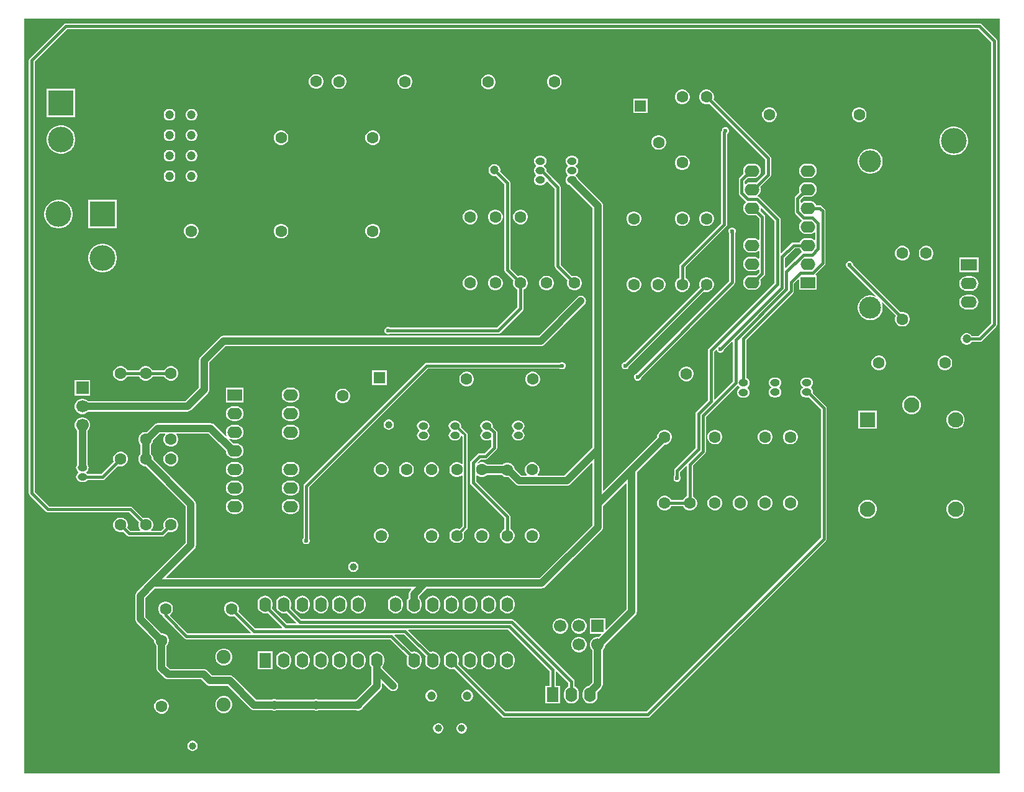
<source format=gtl>
G04*
G04 #@! TF.GenerationSoftware,Altium Limited,Altium Designer,22.0.2 (36)*
G04*
G04 Layer_Physical_Order=1*
G04 Layer_Color=255*
%FSLAX44Y44*%
%MOMM*%
G71*
G04*
G04 #@! TF.SameCoordinates,5839D2CD-8417-4FFE-AC2F-3A0E45452BBB*
G04*
G04*
G04 #@! TF.FilePolarity,Positive*
G04*
G01*
G75*
%ADD10C,0.4000*%
%ADD13C,0.3000*%
%ADD24C,1.9000*%
%ADD26R,1.9000X1.9000*%
%ADD35C,1.2000*%
%ADD44C,1.0000*%
%ADD45R,1.6000X1.6000*%
%ADD46C,1.6000*%
%ADD47R,1.6000X1.6000*%
%ADD48O,1.6000X2.0000*%
%ADD49R,1.6000X2.0000*%
%ADD50C,1.7000*%
%ADD51R,1.7000X1.7000*%
%ADD52R,1.7000X1.7000*%
%ADD53C,7.4000*%
%ADD54R,2.1000X2.1000*%
%ADD55C,2.1000*%
%ADD56C,3.5000*%
%ADD57R,3.5000X3.5000*%
%ADD58C,1.0000*%
%ADD59R,3.5000X3.5000*%
%ADD60R,2.2000X1.6000*%
%ADD61O,2.2000X1.6000*%
%ADD62O,1.3000X1.0000*%
%ADD63C,3.0000*%
%ADD64O,2.0000X1.6000*%
%ADD65R,2.0000X1.6000*%
%ADD66C,0.6000*%
G36*
X1590000Y260000D02*
X260000D01*
Y1290000D01*
X1590000D01*
Y260000D01*
D02*
G37*
%LPC*%
G36*
X659066Y1214250D02*
X656433D01*
X653890Y1213568D01*
X651610Y1212252D01*
X649748Y1210390D01*
X648431Y1208110D01*
X647750Y1205566D01*
Y1202934D01*
X648431Y1200390D01*
X649748Y1198110D01*
X651610Y1196248D01*
X653890Y1194931D01*
X656433Y1194250D01*
X659066D01*
X661610Y1194931D01*
X663890Y1196248D01*
X665752Y1198110D01*
X667068Y1200390D01*
X667750Y1202934D01*
Y1205566D01*
X667068Y1208110D01*
X665752Y1210390D01*
X663890Y1212252D01*
X661610Y1213568D01*
X659066Y1214250D01*
D02*
G37*
G36*
X780316Y1214000D02*
X777683D01*
X775140Y1213318D01*
X772860Y1212002D01*
X770998Y1210140D01*
X769681Y1207860D01*
X769000Y1205316D01*
Y1202683D01*
X769681Y1200140D01*
X770998Y1197860D01*
X772860Y1195998D01*
X775140Y1194681D01*
X777683Y1194000D01*
X780316D01*
X782860Y1194681D01*
X785140Y1195998D01*
X787002Y1197860D01*
X788318Y1200140D01*
X789000Y1202683D01*
Y1205316D01*
X788318Y1207860D01*
X787002Y1210140D01*
X785140Y1212002D01*
X782860Y1213318D01*
X780316Y1214000D01*
D02*
G37*
G36*
X690316D02*
X687683D01*
X685140Y1213318D01*
X682860Y1212002D01*
X680998Y1210140D01*
X679681Y1207860D01*
X679000Y1205316D01*
Y1202683D01*
X679681Y1200140D01*
X680998Y1197860D01*
X682860Y1195998D01*
X685140Y1194681D01*
X687683Y1194000D01*
X690316D01*
X692860Y1194681D01*
X695140Y1195998D01*
X697002Y1197860D01*
X698318Y1200140D01*
X699000Y1202683D01*
Y1205316D01*
X698318Y1207860D01*
X697002Y1210140D01*
X695140Y1212002D01*
X692860Y1213318D01*
X690316Y1214000D01*
D02*
G37*
G36*
X983817Y1213750D02*
X981183D01*
X978640Y1213068D01*
X976360Y1211752D01*
X974498Y1209890D01*
X973182Y1207610D01*
X972500Y1205067D01*
Y1202433D01*
X973182Y1199890D01*
X974498Y1197610D01*
X976360Y1195748D01*
X978640Y1194432D01*
X981183Y1193750D01*
X983817D01*
X986360Y1194432D01*
X988640Y1195748D01*
X990502Y1197610D01*
X991818Y1199890D01*
X992500Y1202433D01*
Y1205067D01*
X991818Y1207610D01*
X990502Y1209890D01*
X988640Y1211752D01*
X986360Y1213068D01*
X983817Y1213750D01*
D02*
G37*
G36*
X893817Y1213500D02*
X891183D01*
X888640Y1212819D01*
X886360Y1211502D01*
X884498Y1209640D01*
X883182Y1207360D01*
X882500Y1204817D01*
Y1202184D01*
X883182Y1199640D01*
X884498Y1197360D01*
X886360Y1195498D01*
X888640Y1194182D01*
X891183Y1193500D01*
X893817D01*
X896360Y1194182D01*
X898640Y1195498D01*
X900502Y1197360D01*
X901818Y1199640D01*
X902500Y1202184D01*
Y1204817D01*
X901818Y1207360D01*
X900502Y1209640D01*
X898640Y1211502D01*
X896360Y1212819D01*
X893817Y1213500D01*
D02*
G37*
G36*
X1158307Y1193260D02*
X1155674D01*
X1153130Y1192579D01*
X1150850Y1191262D01*
X1148988Y1189400D01*
X1147672Y1187120D01*
X1146990Y1184576D01*
Y1181944D01*
X1147672Y1179400D01*
X1148988Y1177120D01*
X1150850Y1175258D01*
X1153130Y1173941D01*
X1155674Y1173260D01*
X1158307D01*
X1160850Y1173941D01*
X1163130Y1175258D01*
X1164992Y1177120D01*
X1166309Y1179400D01*
X1166990Y1181944D01*
Y1184576D01*
X1166309Y1187120D01*
X1164992Y1189400D01*
X1163130Y1191262D01*
X1160850Y1192579D01*
X1158307Y1193260D01*
D02*
G37*
G36*
X1110000Y1181000D02*
X1090000D01*
Y1161000D01*
X1110000D01*
Y1181000D01*
D02*
G37*
G36*
X329500Y1194500D02*
X290500D01*
Y1155500D01*
X329500D01*
Y1194500D01*
D02*
G37*
G36*
X488913Y1166840D02*
X486807D01*
X484772Y1166295D01*
X482948Y1165242D01*
X481458Y1163752D01*
X480405Y1161928D01*
X479860Y1159893D01*
Y1157787D01*
X480405Y1155752D01*
X481458Y1153928D01*
X482948Y1152438D01*
X484772Y1151385D01*
X486807Y1150840D01*
X488913D01*
X490948Y1151385D01*
X492772Y1152438D01*
X494262Y1153928D01*
X495315Y1155752D01*
X495860Y1157787D01*
Y1159893D01*
X495315Y1161928D01*
X494262Y1163752D01*
X492772Y1165242D01*
X490948Y1166295D01*
X488913Y1166840D01*
D02*
G37*
G36*
X458913D02*
X456807D01*
X454772Y1166295D01*
X452948Y1165242D01*
X451458Y1163752D01*
X450405Y1161928D01*
X449860Y1159893D01*
Y1157787D01*
X450405Y1155752D01*
X451458Y1153928D01*
X452948Y1152438D01*
X454772Y1151385D01*
X456807Y1150840D01*
X458913D01*
X460948Y1151385D01*
X462772Y1152438D01*
X464262Y1153928D01*
X465315Y1155752D01*
X465860Y1157787D01*
Y1159893D01*
X465315Y1161928D01*
X464262Y1163752D01*
X462772Y1165242D01*
X460948Y1166295D01*
X458913Y1166840D01*
D02*
G37*
G36*
X1399566Y1169000D02*
X1396933D01*
X1394390Y1168318D01*
X1392110Y1167002D01*
X1390248Y1165140D01*
X1388931Y1162860D01*
X1388250Y1160316D01*
Y1157683D01*
X1388931Y1155140D01*
X1390248Y1152860D01*
X1392110Y1150998D01*
X1394390Y1149681D01*
X1396933Y1149000D01*
X1399566D01*
X1402110Y1149681D01*
X1404390Y1150998D01*
X1406252Y1152860D01*
X1407569Y1155140D01*
X1408250Y1157683D01*
Y1160316D01*
X1407569Y1162860D01*
X1406252Y1165140D01*
X1404390Y1167002D01*
X1402110Y1168318D01*
X1399566Y1169000D01*
D02*
G37*
G36*
X1277066D02*
X1274433D01*
X1271890Y1168318D01*
X1269610Y1167002D01*
X1267748Y1165140D01*
X1266432Y1162860D01*
X1265750Y1160316D01*
Y1157683D01*
X1266432Y1155140D01*
X1267748Y1152860D01*
X1269610Y1150998D01*
X1271890Y1149681D01*
X1274433Y1149000D01*
X1277066D01*
X1279610Y1149681D01*
X1281890Y1150998D01*
X1283752Y1152860D01*
X1285069Y1155140D01*
X1285750Y1157683D01*
Y1160316D01*
X1285069Y1162860D01*
X1283752Y1165140D01*
X1281890Y1167002D01*
X1279610Y1168318D01*
X1277066Y1169000D01*
D02*
G37*
G36*
X488913Y1138900D02*
X486807D01*
X484772Y1138355D01*
X482948Y1137302D01*
X481458Y1135812D01*
X480405Y1133988D01*
X479860Y1131953D01*
Y1129847D01*
X480405Y1127812D01*
X481458Y1125988D01*
X482948Y1124498D01*
X484772Y1123445D01*
X486807Y1122900D01*
X488913D01*
X490948Y1123445D01*
X492772Y1124498D01*
X494262Y1125988D01*
X495315Y1127812D01*
X495860Y1129847D01*
Y1131953D01*
X495315Y1133988D01*
X494262Y1135812D01*
X492772Y1137302D01*
X490948Y1138355D01*
X488913Y1138900D01*
D02*
G37*
G36*
X458913D02*
X456807D01*
X454772Y1138355D01*
X452948Y1137302D01*
X451458Y1135812D01*
X450405Y1133988D01*
X449860Y1131953D01*
Y1129847D01*
X450405Y1127812D01*
X451458Y1125988D01*
X452948Y1124498D01*
X454772Y1123445D01*
X456807Y1122900D01*
X458913D01*
X460948Y1123445D01*
X462772Y1124498D01*
X464262Y1125988D01*
X465315Y1127812D01*
X465860Y1129847D01*
Y1131953D01*
X465315Y1133988D01*
X464262Y1135812D01*
X462772Y1137302D01*
X460948Y1138355D01*
X458913Y1138900D01*
D02*
G37*
G36*
X736317Y1137500D02*
X733683D01*
X731140Y1136818D01*
X728860Y1135502D01*
X726998Y1133640D01*
X725682Y1131360D01*
X725000Y1128817D01*
Y1126183D01*
X725682Y1123640D01*
X726998Y1121360D01*
X728860Y1119498D01*
X731140Y1118182D01*
X733683Y1117500D01*
X736317D01*
X738860Y1118182D01*
X741140Y1119498D01*
X743002Y1121360D01*
X744318Y1123640D01*
X745000Y1126183D01*
Y1128817D01*
X744318Y1131360D01*
X743002Y1133640D01*
X741140Y1135502D01*
X738860Y1136818D01*
X736317Y1137500D01*
D02*
G37*
G36*
X611316D02*
X608684D01*
X606140Y1136818D01*
X603860Y1135502D01*
X601998Y1133640D01*
X600681Y1131360D01*
X600000Y1128817D01*
Y1126183D01*
X600681Y1123640D01*
X601998Y1121360D01*
X603860Y1119498D01*
X606140Y1118182D01*
X608684Y1117500D01*
X611316D01*
X613860Y1118182D01*
X616140Y1119498D01*
X618002Y1121360D01*
X619319Y1123640D01*
X620000Y1126183D01*
Y1128817D01*
X619319Y1131360D01*
X618002Y1133640D01*
X616140Y1135502D01*
X613860Y1136818D01*
X611316Y1137500D01*
D02*
G37*
G36*
X1126317Y1131000D02*
X1123683D01*
X1121140Y1130319D01*
X1118860Y1129002D01*
X1116998Y1127140D01*
X1115682Y1124860D01*
X1115000Y1122317D01*
Y1119684D01*
X1115682Y1117140D01*
X1116998Y1114860D01*
X1118860Y1112998D01*
X1121140Y1111682D01*
X1123683Y1111000D01*
X1126317D01*
X1128860Y1111682D01*
X1131140Y1112998D01*
X1133002Y1114860D01*
X1134318Y1117140D01*
X1135000Y1119684D01*
Y1122317D01*
X1134318Y1124860D01*
X1133002Y1127140D01*
X1131140Y1129002D01*
X1128860Y1130319D01*
X1126317Y1131000D01*
D02*
G37*
G36*
X311921Y1144500D02*
X308079D01*
X304312Y1143751D01*
X300763Y1142281D01*
X297570Y1140147D01*
X294853Y1137430D01*
X292719Y1134237D01*
X291249Y1130688D01*
X290500Y1126921D01*
Y1123079D01*
X291249Y1119312D01*
X292719Y1115763D01*
X294853Y1112570D01*
X297570Y1109853D01*
X300763Y1107719D01*
X304312Y1106249D01*
X308079Y1105500D01*
X311921D01*
X315688Y1106249D01*
X319237Y1107719D01*
X322430Y1109853D01*
X325147Y1112570D01*
X327281Y1115763D01*
X328751Y1119312D01*
X329500Y1123079D01*
Y1126921D01*
X328751Y1130688D01*
X327281Y1134237D01*
X325147Y1137430D01*
X322430Y1140147D01*
X319237Y1142281D01*
X315688Y1143751D01*
X311921Y1144500D01*
D02*
G37*
G36*
X1528921Y1142500D02*
X1525079D01*
X1521312Y1141751D01*
X1517763Y1140281D01*
X1514570Y1138147D01*
X1511853Y1135431D01*
X1509719Y1132237D01*
X1508249Y1128688D01*
X1507500Y1124921D01*
Y1121079D01*
X1508249Y1117312D01*
X1509719Y1113763D01*
X1511853Y1110570D01*
X1514570Y1107853D01*
X1517763Y1105719D01*
X1521312Y1104249D01*
X1525079Y1103500D01*
X1528921D01*
X1532688Y1104249D01*
X1536237Y1105719D01*
X1539431Y1107853D01*
X1542147Y1110570D01*
X1544281Y1113763D01*
X1545751Y1117312D01*
X1546500Y1121079D01*
Y1124921D01*
X1545751Y1128688D01*
X1544281Y1132237D01*
X1542147Y1135431D01*
X1539431Y1138147D01*
X1536237Y1140281D01*
X1532688Y1141751D01*
X1528921Y1142500D01*
D02*
G37*
G36*
X488913Y1110960D02*
X486807D01*
X484772Y1110415D01*
X482948Y1109362D01*
X481458Y1107872D01*
X480405Y1106048D01*
X479860Y1104013D01*
Y1101907D01*
X480405Y1099872D01*
X481458Y1098048D01*
X482948Y1096558D01*
X484772Y1095505D01*
X486807Y1094960D01*
X488913D01*
X490948Y1095505D01*
X492772Y1096558D01*
X494262Y1098048D01*
X495315Y1099872D01*
X495860Y1101907D01*
Y1104013D01*
X495315Y1106048D01*
X494262Y1107872D01*
X492772Y1109362D01*
X490948Y1110415D01*
X488913Y1110960D01*
D02*
G37*
G36*
X458913D02*
X456807D01*
X454772Y1110415D01*
X452948Y1109362D01*
X451458Y1107872D01*
X450405Y1106048D01*
X449860Y1104013D01*
Y1101907D01*
X450405Y1099872D01*
X451458Y1098048D01*
X452948Y1096558D01*
X454772Y1095505D01*
X456807Y1094960D01*
X458913D01*
X460948Y1095505D01*
X462772Y1096558D01*
X464262Y1098048D01*
X465315Y1099872D01*
X465860Y1101907D01*
Y1104013D01*
X465315Y1106048D01*
X464262Y1107872D01*
X462772Y1109362D01*
X460948Y1110415D01*
X458913Y1110960D01*
D02*
G37*
G36*
X1158307Y1103260D02*
X1155674D01*
X1153130Y1102579D01*
X1150850Y1101262D01*
X1148988Y1099400D01*
X1147672Y1097120D01*
X1146990Y1094576D01*
Y1091944D01*
X1147672Y1089400D01*
X1148988Y1087120D01*
X1150850Y1085258D01*
X1153130Y1083941D01*
X1155674Y1083260D01*
X1158307D01*
X1160850Y1083941D01*
X1163130Y1085258D01*
X1164992Y1087120D01*
X1166309Y1089400D01*
X1166990Y1091944D01*
Y1094576D01*
X1166309Y1097120D01*
X1164992Y1099400D01*
X1163130Y1101262D01*
X1160850Y1102579D01*
X1158307Y1103260D01*
D02*
G37*
G36*
X1414924Y1112250D02*
X1411576D01*
X1408291Y1111597D01*
X1405197Y1110315D01*
X1402413Y1108455D01*
X1400045Y1106087D01*
X1398185Y1103303D01*
X1396903Y1100209D01*
X1396250Y1096924D01*
Y1093576D01*
X1396903Y1090291D01*
X1398185Y1087197D01*
X1400045Y1084413D01*
X1402413Y1082045D01*
X1405197Y1080185D01*
X1408291Y1078903D01*
X1411576Y1078250D01*
X1414924D01*
X1418209Y1078903D01*
X1421302Y1080185D01*
X1424087Y1082045D01*
X1426455Y1084413D01*
X1428315Y1087197D01*
X1429597Y1090291D01*
X1430250Y1093576D01*
Y1096924D01*
X1429597Y1100209D01*
X1428315Y1103303D01*
X1426455Y1106087D01*
X1424087Y1108455D01*
X1421302Y1110315D01*
X1418209Y1111597D01*
X1414924Y1112250D01*
D02*
G37*
G36*
X1330200Y1092236D02*
X1326200D01*
X1323589Y1091893D01*
X1321157Y1090885D01*
X1319068Y1089282D01*
X1317465Y1087193D01*
X1316457Y1084761D01*
X1316114Y1082150D01*
X1316457Y1079539D01*
X1317465Y1077107D01*
X1319068Y1075018D01*
X1321157Y1073415D01*
X1323589Y1072407D01*
X1326200Y1072064D01*
X1330200D01*
X1332811Y1072407D01*
X1335243Y1073415D01*
X1337332Y1075018D01*
X1338935Y1077107D01*
X1339943Y1079539D01*
X1340286Y1082150D01*
X1339943Y1084761D01*
X1338935Y1087193D01*
X1337332Y1089282D01*
X1335243Y1090885D01*
X1332811Y1091893D01*
X1330200Y1092236D01*
D02*
G37*
G36*
X1191327Y1193260D02*
X1188693D01*
X1186150Y1192579D01*
X1183870Y1191262D01*
X1182008Y1189400D01*
X1180692Y1187120D01*
X1180010Y1184576D01*
Y1181944D01*
X1180692Y1179400D01*
X1182008Y1177120D01*
X1183870Y1175258D01*
X1186150Y1173941D01*
X1188693Y1173260D01*
X1191327D01*
X1193626Y1173876D01*
X1269922Y1097581D01*
Y1078439D01*
X1257575Y1066093D01*
X1256610Y1066493D01*
X1254000Y1066836D01*
X1250000D01*
X1247390Y1066493D01*
X1244957Y1065485D01*
X1243348Y1064251D01*
X1242078Y1064861D01*
Y1068461D01*
X1246425Y1072807D01*
X1247390Y1072407D01*
X1250000Y1072064D01*
X1254000D01*
X1256610Y1072407D01*
X1259043Y1073415D01*
X1261132Y1075018D01*
X1262735Y1077107D01*
X1263743Y1079539D01*
X1264086Y1082150D01*
X1263743Y1084761D01*
X1262735Y1087193D01*
X1261132Y1089282D01*
X1259043Y1090885D01*
X1256610Y1091893D01*
X1254000Y1092236D01*
X1250000D01*
X1247390Y1091893D01*
X1244957Y1090885D01*
X1242868Y1089282D01*
X1241265Y1087193D01*
X1240257Y1084761D01*
X1239914Y1082150D01*
X1240257Y1079539D01*
X1240657Y1078575D01*
X1235116Y1073034D01*
X1234232Y1071711D01*
X1233922Y1070150D01*
X1233922Y1070150D01*
Y1051780D01*
X1233922Y1051779D01*
X1234232Y1050219D01*
X1235116Y1048896D01*
X1243468Y1040544D01*
X1243666Y1040191D01*
X1243701Y1039121D01*
X1242868Y1038482D01*
X1241265Y1036393D01*
X1240257Y1033960D01*
X1239914Y1031350D01*
X1240257Y1028739D01*
X1241265Y1026307D01*
X1242868Y1024218D01*
X1244957Y1022615D01*
X1247390Y1021607D01*
X1250000Y1021264D01*
X1254000D01*
X1256610Y1021607D01*
X1257575Y1022007D01*
X1261922Y1017661D01*
Y988661D01*
X1260652Y988051D01*
X1259043Y989285D01*
X1256610Y990293D01*
X1254000Y990636D01*
X1250000D01*
X1247390Y990293D01*
X1244957Y989285D01*
X1242868Y987682D01*
X1241265Y985593D01*
X1240257Y983160D01*
X1239914Y980550D01*
X1240257Y977940D01*
X1241265Y975507D01*
X1242868Y973418D01*
X1244957Y971815D01*
X1247390Y970807D01*
X1250000Y970464D01*
X1254000D01*
X1256610Y970807D01*
X1259043Y971815D01*
X1260652Y973049D01*
X1261922Y972439D01*
Y963261D01*
X1260652Y962651D01*
X1259043Y963885D01*
X1256610Y964893D01*
X1254000Y965236D01*
X1250000D01*
X1247390Y964893D01*
X1244957Y963885D01*
X1242868Y962282D01*
X1241265Y960193D01*
X1240257Y957760D01*
X1239914Y955150D01*
X1240257Y952540D01*
X1241265Y950107D01*
X1242868Y948018D01*
X1244957Y946415D01*
X1247390Y945407D01*
X1250000Y945064D01*
X1254000D01*
X1256610Y945407D01*
X1259043Y946415D01*
X1260652Y947649D01*
X1261922Y947039D01*
Y943439D01*
X1257575Y939093D01*
X1256610Y939493D01*
X1254000Y939836D01*
X1250000D01*
X1247390Y939493D01*
X1244957Y938485D01*
X1242868Y936882D01*
X1241265Y934793D01*
X1240257Y932361D01*
X1239914Y929750D01*
X1240257Y927140D01*
X1241265Y924707D01*
X1242868Y922618D01*
X1244957Y921015D01*
X1247390Y920007D01*
X1250000Y919664D01*
X1254000D01*
X1256610Y920007D01*
X1259043Y921015D01*
X1261132Y922618D01*
X1262735Y924707D01*
X1263743Y927140D01*
X1264086Y929750D01*
X1263743Y932361D01*
X1263343Y933325D01*
X1268884Y938866D01*
X1268884Y938866D01*
X1269768Y940189D01*
X1270078Y941750D01*
Y1019350D01*
X1269768Y1020911D01*
X1268884Y1022234D01*
X1268884Y1022234D01*
X1263343Y1027775D01*
X1263743Y1028739D01*
X1264007Y1030750D01*
X1265337Y1031216D01*
X1282922Y1013631D01*
Y929689D01*
X1193116Y839884D01*
X1192232Y838561D01*
X1191922Y837000D01*
X1191922Y837000D01*
Y769175D01*
X1176246Y753499D01*
X1175362Y752176D01*
X1175052Y750615D01*
X1175052Y750615D01*
Y703819D01*
X1147116Y675884D01*
X1146232Y674561D01*
X1145922Y673000D01*
X1145922Y673000D01*
Y665993D01*
X1145761Y665832D01*
X1145000Y663995D01*
Y662005D01*
X1145761Y660168D01*
X1147168Y658761D01*
X1149005Y658000D01*
X1150995D01*
X1152832Y658761D01*
X1154239Y660168D01*
X1155000Y662005D01*
Y663995D01*
X1154239Y665832D01*
X1154078Y665993D01*
Y671311D01*
X1161878Y679111D01*
X1163052Y678625D01*
Y637842D01*
X1160990Y636652D01*
X1159128Y634790D01*
X1157938Y632728D01*
X1142032D01*
X1140842Y634790D01*
X1138980Y636652D01*
X1136700Y637968D01*
X1134156Y638650D01*
X1131524D01*
X1128980Y637968D01*
X1126700Y636652D01*
X1124838Y634790D01*
X1123521Y632510D01*
X1122840Y629967D01*
Y627333D01*
X1123521Y624790D01*
X1124838Y622510D01*
X1126700Y620648D01*
X1128980Y619332D01*
X1131524Y618650D01*
X1134156D01*
X1136700Y619332D01*
X1138980Y620648D01*
X1140842Y622510D01*
X1142032Y624572D01*
X1157938D01*
X1159128Y622510D01*
X1160990Y620648D01*
X1163270Y619332D01*
X1165814Y618650D01*
X1168447D01*
X1170990Y619332D01*
X1173270Y620648D01*
X1175132Y622510D01*
X1176449Y624790D01*
X1177130Y627333D01*
Y629967D01*
X1176449Y632510D01*
X1175132Y634790D01*
X1173270Y636652D01*
X1171208Y637842D01*
Y679324D01*
X1188014Y696130D01*
X1188898Y697453D01*
X1189208Y699014D01*
X1189208Y699014D01*
Y746441D01*
X1231550Y788782D01*
X1233132Y788568D01*
X1233777Y787728D01*
X1234737Y786991D01*
X1234811Y786821D01*
Y785619D01*
X1234737Y785449D01*
X1233777Y784712D01*
X1232655Y783250D01*
X1231950Y781547D01*
X1231710Y779720D01*
X1231950Y777893D01*
X1232655Y776190D01*
X1233777Y774727D01*
X1235240Y773605D01*
X1236943Y772900D01*
X1238770Y772660D01*
X1241770D01*
X1243597Y772900D01*
X1245300Y773605D01*
X1246762Y774727D01*
X1247884Y776190D01*
X1248590Y777893D01*
X1248830Y779720D01*
X1248590Y781547D01*
X1247884Y783250D01*
X1246762Y784712D01*
X1245803Y785449D01*
X1245729Y785619D01*
Y786821D01*
X1245803Y786991D01*
X1246762Y787728D01*
X1247884Y789190D01*
X1248590Y790893D01*
X1248830Y792720D01*
X1248590Y794547D01*
X1247884Y796250D01*
X1246762Y797712D01*
X1245300Y798834D01*
X1244348Y799229D01*
Y851610D01*
X1307884Y915146D01*
X1307884Y915146D01*
X1308768Y916469D01*
X1309078Y918029D01*
Y928518D01*
X1315027Y934466D01*
X1316200Y933980D01*
Y919750D01*
X1340200D01*
Y939750D01*
X1339334D01*
X1338808Y941020D01*
X1351084Y953296D01*
X1351968Y954619D01*
X1352278Y956179D01*
Y1027350D01*
X1351968Y1028911D01*
X1351084Y1030234D01*
X1351084Y1030234D01*
X1347084Y1034234D01*
X1345761Y1035118D01*
X1344200Y1035428D01*
X1344200Y1035428D01*
X1339335D01*
X1338935Y1036393D01*
X1337332Y1038482D01*
X1335243Y1040085D01*
X1332811Y1041093D01*
X1330200Y1041436D01*
X1326200D01*
X1323589Y1041093D01*
X1321157Y1040085D01*
X1319548Y1038851D01*
X1318278Y1039461D01*
Y1043061D01*
X1322625Y1047407D01*
X1323589Y1047007D01*
X1326200Y1046664D01*
X1330200D01*
X1332811Y1047007D01*
X1335243Y1048015D01*
X1337332Y1049618D01*
X1338935Y1051707D01*
X1339943Y1054139D01*
X1340286Y1056750D01*
X1339943Y1059361D01*
X1338935Y1061793D01*
X1337332Y1063882D01*
X1335243Y1065485D01*
X1332811Y1066493D01*
X1330200Y1066836D01*
X1326200D01*
X1323589Y1066493D01*
X1321157Y1065485D01*
X1319068Y1063882D01*
X1317465Y1061793D01*
X1316457Y1059361D01*
X1316114Y1056750D01*
X1316457Y1054139D01*
X1316857Y1053175D01*
X1311316Y1047634D01*
X1310432Y1046311D01*
X1310122Y1044750D01*
X1310122Y1044750D01*
Y1026380D01*
X1310122Y1026379D01*
X1310432Y1024819D01*
X1311316Y1023496D01*
X1319046Y1015766D01*
X1319046Y1015766D01*
X1319812Y1015254D01*
X1319958Y1013791D01*
X1319944Y1013755D01*
X1319068Y1013082D01*
X1317465Y1010993D01*
X1316457Y1008560D01*
X1316114Y1005950D01*
X1316457Y1003339D01*
X1317465Y1000907D01*
X1319068Y998818D01*
X1321157Y997215D01*
X1323589Y996207D01*
X1326200Y995864D01*
X1330200D01*
X1332811Y996207D01*
X1335243Y997215D01*
X1336852Y998449D01*
X1338122Y997839D01*
Y988661D01*
X1336852Y988051D01*
X1335243Y989285D01*
X1332811Y990293D01*
X1330200Y990636D01*
X1326200D01*
X1323589Y990293D01*
X1321157Y989285D01*
X1319068Y987682D01*
X1317465Y985593D01*
X1317065Y984628D01*
X1308550D01*
X1308550Y984628D01*
X1306989Y984318D01*
X1305666Y983434D01*
X1305666Y983434D01*
X1292252Y970019D01*
X1291078Y970505D01*
Y1015320D01*
X1291078Y1015321D01*
X1290768Y1016881D01*
X1289884Y1018204D01*
X1289884Y1018204D01*
X1261854Y1046234D01*
X1260531Y1047118D01*
X1260078Y1047208D01*
X1259761Y1048566D01*
X1261132Y1049618D01*
X1262735Y1051707D01*
X1263743Y1054139D01*
X1264086Y1056750D01*
X1263743Y1059361D01*
X1263343Y1060325D01*
X1276884Y1073866D01*
X1276884Y1073866D01*
X1277768Y1075189D01*
X1278078Y1076750D01*
Y1099270D01*
X1278078Y1099270D01*
X1277768Y1100831D01*
X1276884Y1102154D01*
X1276884Y1102154D01*
X1199394Y1179644D01*
X1200010Y1181944D01*
Y1184576D01*
X1199329Y1187120D01*
X1198012Y1189400D01*
X1196150Y1191262D01*
X1193870Y1192579D01*
X1191327Y1193260D01*
D02*
G37*
G36*
X488913Y1083020D02*
X486807D01*
X484772Y1082475D01*
X482948Y1081422D01*
X481458Y1079932D01*
X480405Y1078108D01*
X479860Y1076073D01*
Y1073967D01*
X480405Y1071932D01*
X481458Y1070108D01*
X482948Y1068618D01*
X484772Y1067565D01*
X486807Y1067020D01*
X488913D01*
X490948Y1067565D01*
X492772Y1068618D01*
X494262Y1070108D01*
X495315Y1071932D01*
X495860Y1073967D01*
Y1076073D01*
X495315Y1078108D01*
X494262Y1079932D01*
X492772Y1081422D01*
X490948Y1082475D01*
X488913Y1083020D01*
D02*
G37*
G36*
X458913D02*
X456807D01*
X454772Y1082475D01*
X452948Y1081422D01*
X451458Y1079932D01*
X450405Y1078108D01*
X449860Y1076073D01*
Y1073967D01*
X450405Y1071932D01*
X451458Y1070108D01*
X452948Y1068618D01*
X454772Y1067565D01*
X456807Y1067020D01*
X458913D01*
X460948Y1067565D01*
X462772Y1068618D01*
X464262Y1070108D01*
X465315Y1071932D01*
X465860Y1073967D01*
Y1076073D01*
X465315Y1078108D01*
X464262Y1079932D01*
X462772Y1081422D01*
X460948Y1082475D01*
X458913Y1083020D01*
D02*
G37*
G36*
X937776Y1029240D02*
X935144D01*
X932600Y1028559D01*
X930320Y1027242D01*
X928458Y1025380D01*
X927141Y1023100D01*
X926460Y1020556D01*
Y1017924D01*
X927141Y1015380D01*
X928458Y1013100D01*
X930320Y1011238D01*
X932600Y1009921D01*
X935144Y1009240D01*
X937776D01*
X940320Y1009921D01*
X942600Y1011238D01*
X944462Y1013100D01*
X945779Y1015380D01*
X946460Y1017924D01*
Y1020556D01*
X945779Y1023100D01*
X944462Y1025380D01*
X942600Y1027242D01*
X940320Y1028559D01*
X937776Y1029240D01*
D02*
G37*
G36*
X903486D02*
X900854D01*
X898310Y1028559D01*
X896030Y1027242D01*
X894168Y1025380D01*
X892851Y1023100D01*
X892170Y1020556D01*
Y1017924D01*
X892851Y1015380D01*
X894168Y1013100D01*
X896030Y1011238D01*
X898310Y1009921D01*
X900854Y1009240D01*
X903486D01*
X906030Y1009921D01*
X908310Y1011238D01*
X910172Y1013100D01*
X911488Y1015380D01*
X912170Y1017924D01*
Y1020556D01*
X911488Y1023100D01*
X910172Y1025380D01*
X908310Y1027242D01*
X906030Y1028559D01*
X903486Y1029240D01*
D02*
G37*
G36*
X869196D02*
X866563D01*
X864020Y1028559D01*
X861740Y1027242D01*
X859878Y1025380D01*
X858561Y1023100D01*
X857880Y1020556D01*
Y1017924D01*
X858561Y1015380D01*
X859878Y1013100D01*
X861740Y1011238D01*
X864020Y1009921D01*
X866563Y1009240D01*
X869196D01*
X871740Y1009921D01*
X874020Y1011238D01*
X875882Y1013100D01*
X877198Y1015380D01*
X877880Y1017924D01*
Y1020556D01*
X877198Y1023100D01*
X875882Y1025380D01*
X874020Y1027242D01*
X871740Y1028559D01*
X869196Y1029240D01*
D02*
G37*
G36*
X1191327Y1026890D02*
X1188693D01*
X1186150Y1026208D01*
X1183870Y1024892D01*
X1182008Y1023030D01*
X1180692Y1020750D01*
X1180010Y1018206D01*
Y1015574D01*
X1180692Y1013030D01*
X1182008Y1010750D01*
X1183870Y1008888D01*
X1186150Y1007571D01*
X1188693Y1006890D01*
X1191327D01*
X1193870Y1007571D01*
X1196150Y1008888D01*
X1198012Y1010750D01*
X1199329Y1013030D01*
X1200010Y1015574D01*
Y1018206D01*
X1199329Y1020750D01*
X1198012Y1023030D01*
X1196150Y1024892D01*
X1193870Y1026208D01*
X1191327Y1026890D01*
D02*
G37*
G36*
X1158307D02*
X1155674D01*
X1153130Y1026208D01*
X1150850Y1024892D01*
X1148988Y1023030D01*
X1147672Y1020750D01*
X1146990Y1018206D01*
Y1015574D01*
X1147672Y1013030D01*
X1148988Y1010750D01*
X1150850Y1008888D01*
X1153130Y1007571D01*
X1155674Y1006890D01*
X1158307D01*
X1160850Y1007571D01*
X1163130Y1008888D01*
X1164992Y1010750D01*
X1166309Y1013030D01*
X1166990Y1015574D01*
Y1018206D01*
X1166309Y1020750D01*
X1164992Y1023030D01*
X1163130Y1024892D01*
X1160850Y1026208D01*
X1158307Y1026890D01*
D02*
G37*
G36*
X1092266Y1026890D02*
X1089633D01*
X1087090Y1026208D01*
X1084810Y1024892D01*
X1082948Y1023030D01*
X1081631Y1020750D01*
X1080950Y1018206D01*
Y1015574D01*
X1081631Y1013030D01*
X1082948Y1010750D01*
X1084810Y1008888D01*
X1087090Y1007571D01*
X1089633Y1006890D01*
X1092266D01*
X1094810Y1007571D01*
X1097090Y1008888D01*
X1098952Y1010750D01*
X1100268Y1013030D01*
X1100950Y1015574D01*
Y1018206D01*
X1100268Y1020750D01*
X1098952Y1023030D01*
X1097090Y1024892D01*
X1094810Y1026208D01*
X1092266Y1026890D01*
D02*
G37*
G36*
X386050Y1042640D02*
X347050D01*
Y1003640D01*
X386050D01*
Y1042640D01*
D02*
G37*
G36*
X308471D02*
X304629D01*
X300862Y1041891D01*
X297313Y1040421D01*
X294119Y1038287D01*
X291403Y1035571D01*
X289269Y1032377D01*
X287799Y1028828D01*
X287050Y1025061D01*
Y1021219D01*
X287799Y1017452D01*
X289269Y1013903D01*
X291403Y1010710D01*
X294119Y1007993D01*
X297313Y1005859D01*
X300862Y1004389D01*
X304629Y1003640D01*
X308471D01*
X312238Y1004389D01*
X315787Y1005859D01*
X318981Y1007993D01*
X321697Y1010710D01*
X323831Y1013903D01*
X325301Y1017452D01*
X326050Y1021219D01*
Y1025061D01*
X325301Y1028828D01*
X323831Y1032377D01*
X321697Y1035571D01*
X318981Y1038287D01*
X315787Y1040421D01*
X312238Y1041891D01*
X308471Y1042640D01*
D02*
G37*
G36*
X736317Y1010000D02*
X733683D01*
X731140Y1009318D01*
X728860Y1008002D01*
X726998Y1006140D01*
X725682Y1003860D01*
X725000Y1001317D01*
Y998683D01*
X725682Y996140D01*
X726998Y993860D01*
X728860Y991998D01*
X731140Y990682D01*
X733683Y990000D01*
X736317D01*
X738860Y990682D01*
X741140Y991998D01*
X743002Y993860D01*
X744318Y996140D01*
X745000Y998683D01*
Y1001317D01*
X744318Y1003860D01*
X743002Y1006140D01*
X741140Y1008002D01*
X738860Y1009318D01*
X736317Y1010000D01*
D02*
G37*
G36*
X611316D02*
X608684D01*
X606140Y1009318D01*
X603860Y1008002D01*
X601998Y1006140D01*
X600681Y1003860D01*
X600000Y1001317D01*
Y998683D01*
X600681Y996140D01*
X601998Y993860D01*
X603860Y991998D01*
X606140Y990682D01*
X608684Y990000D01*
X611316D01*
X613860Y990682D01*
X616140Y991998D01*
X618002Y993860D01*
X619319Y996140D01*
X620000Y998683D01*
Y1001317D01*
X619319Y1003860D01*
X618002Y1006140D01*
X616140Y1008002D01*
X613860Y1009318D01*
X611316Y1010000D01*
D02*
G37*
G36*
X488816D02*
X486184D01*
X483640Y1009318D01*
X481360Y1008002D01*
X479498Y1006140D01*
X478181Y1003860D01*
X477500Y1001317D01*
Y998683D01*
X478181Y996140D01*
X479498Y993860D01*
X481360Y991998D01*
X483640Y990682D01*
X486184Y990000D01*
X488816D01*
X491360Y990682D01*
X493640Y991998D01*
X495502Y993860D01*
X496819Y996140D01*
X497500Y998683D01*
Y1001317D01*
X496819Y1003860D01*
X495502Y1006140D01*
X493640Y1008002D01*
X491360Y1009318D01*
X488816Y1010000D01*
D02*
G37*
G36*
X1490817Y979750D02*
X1488183D01*
X1485640Y979069D01*
X1483360Y977752D01*
X1481498Y975890D01*
X1480181Y973610D01*
X1479500Y971067D01*
Y968433D01*
X1480181Y965890D01*
X1481498Y963610D01*
X1483360Y961748D01*
X1485640Y960432D01*
X1488183Y959750D01*
X1490817D01*
X1493360Y960432D01*
X1495640Y961748D01*
X1497502Y963610D01*
X1498819Y965890D01*
X1499500Y968433D01*
Y971067D01*
X1498819Y973610D01*
X1497502Y975890D01*
X1495640Y977752D01*
X1493360Y979069D01*
X1490817Y979750D01*
D02*
G37*
G36*
X1458316D02*
X1455683D01*
X1453140Y979069D01*
X1450860Y977752D01*
X1448998Y975890D01*
X1447681Y973610D01*
X1447000Y971067D01*
Y968433D01*
X1447681Y965890D01*
X1448998Y963610D01*
X1450860Y961748D01*
X1453140Y960432D01*
X1455683Y959750D01*
X1458316D01*
X1460860Y960432D01*
X1463140Y961748D01*
X1465002Y963610D01*
X1466319Y965890D01*
X1467000Y968433D01*
Y971067D01*
X1466319Y973610D01*
X1465002Y975890D01*
X1463140Y977752D01*
X1460860Y979069D01*
X1458316Y979750D01*
D02*
G37*
G36*
X1560750Y963800D02*
X1534750D01*
Y943800D01*
X1560750D01*
Y963800D01*
D02*
G37*
G36*
X368471Y982640D02*
X364629D01*
X360862Y981891D01*
X357313Y980421D01*
X354119Y978287D01*
X351403Y975571D01*
X349269Y972377D01*
X347799Y968828D01*
X347050Y965061D01*
Y961219D01*
X347799Y957452D01*
X349269Y953903D01*
X351403Y950710D01*
X354119Y947993D01*
X357313Y945859D01*
X360862Y944389D01*
X364629Y943640D01*
X368471D01*
X372238Y944389D01*
X375787Y945859D01*
X378980Y947993D01*
X381697Y950710D01*
X383831Y953903D01*
X385301Y957452D01*
X386050Y961219D01*
Y965061D01*
X385301Y968828D01*
X383831Y972377D01*
X381697Y975571D01*
X378980Y978287D01*
X375787Y980421D01*
X372238Y981891D01*
X368471Y982640D01*
D02*
G37*
G36*
X903486Y939240D02*
X900854D01*
X898310Y938559D01*
X896030Y937242D01*
X894168Y935380D01*
X892851Y933100D01*
X892170Y930556D01*
Y927924D01*
X892851Y925380D01*
X894168Y923100D01*
X896030Y921238D01*
X898310Y919921D01*
X900854Y919240D01*
X903486D01*
X906030Y919921D01*
X908310Y921238D01*
X910172Y923100D01*
X911488Y925380D01*
X912170Y927924D01*
Y930556D01*
X911488Y933100D01*
X910172Y935380D01*
X908310Y937242D01*
X906030Y938559D01*
X903486Y939240D01*
D02*
G37*
G36*
X869196D02*
X866563D01*
X864020Y938559D01*
X861740Y937242D01*
X859878Y935380D01*
X858561Y933100D01*
X857880Y930556D01*
Y927924D01*
X858561Y925380D01*
X859878Y923100D01*
X861740Y921238D01*
X864020Y919921D01*
X866563Y919240D01*
X869196D01*
X871740Y919921D01*
X874020Y921238D01*
X875882Y923100D01*
X877198Y925380D01*
X877880Y927924D01*
Y930556D01*
X877198Y933100D01*
X875882Y935380D01*
X874020Y937242D01*
X871740Y938559D01*
X869196Y939240D01*
D02*
G37*
G36*
X964630Y1102670D02*
X961630D01*
X959803Y1102430D01*
X958100Y1101724D01*
X956638Y1100602D01*
X955516Y1099140D01*
X954810Y1097437D01*
X954570Y1095610D01*
X954810Y1093783D01*
X955516Y1092080D01*
X956638Y1090618D01*
X957597Y1089881D01*
X957671Y1089711D01*
Y1088509D01*
X957597Y1088339D01*
X956638Y1087602D01*
X955516Y1086140D01*
X954810Y1084437D01*
X954570Y1082610D01*
X954810Y1080783D01*
X955516Y1079080D01*
X956638Y1077618D01*
X957597Y1076881D01*
X957671Y1076711D01*
Y1075509D01*
X957597Y1075339D01*
X956638Y1074602D01*
X955516Y1073140D01*
X954810Y1071437D01*
X954570Y1069610D01*
X954810Y1067783D01*
X955516Y1066080D01*
X956638Y1064618D01*
X958100Y1063495D01*
X959803Y1062790D01*
X961630Y1062550D01*
X964630D01*
X966457Y1062790D01*
X968160Y1063495D01*
X969622Y1064618D01*
X970744Y1066080D01*
X971450Y1067783D01*
X971501Y1068175D01*
X972842Y1068630D01*
X983000Y1058472D01*
Y951921D01*
X983000Y951921D01*
X983311Y950360D01*
X984195Y949037D01*
X1000616Y932616D01*
X1000000Y930317D01*
Y927683D01*
X1000682Y925140D01*
X1001998Y922860D01*
X1003860Y920998D01*
X1006140Y919681D01*
X1008683Y919000D01*
X1011317D01*
X1013860Y919681D01*
X1016140Y920998D01*
X1018002Y922860D01*
X1019318Y925140D01*
X1020000Y927683D01*
Y930317D01*
X1019318Y932860D01*
X1018002Y935140D01*
X1016140Y937002D01*
X1013860Y938318D01*
X1011317Y939000D01*
X1008683D01*
X1006384Y938384D01*
X991157Y953611D01*
Y1060161D01*
X991157Y1060161D01*
X990847Y1061722D01*
X989963Y1063045D01*
X989963Y1063045D01*
X971540Y1081468D01*
X971690Y1082610D01*
X971450Y1084437D01*
X970744Y1086140D01*
X969622Y1087602D01*
X968663Y1088339D01*
X968589Y1088509D01*
Y1089711D01*
X968663Y1089881D01*
X969622Y1090618D01*
X970744Y1092080D01*
X971450Y1093783D01*
X971690Y1095610D01*
X971450Y1097437D01*
X970744Y1099140D01*
X969622Y1100602D01*
X968160Y1101724D01*
X966457Y1102430D01*
X964630Y1102670D01*
D02*
G37*
G36*
X973316Y939000D02*
X970684D01*
X968140Y938318D01*
X965860Y937002D01*
X963998Y935140D01*
X962682Y932860D01*
X962000Y930317D01*
Y927683D01*
X962682Y925140D01*
X963998Y922860D01*
X965860Y920998D01*
X968140Y919681D01*
X970684Y919000D01*
X973316D01*
X975860Y919681D01*
X978140Y920998D01*
X980002Y922860D01*
X981319Y925140D01*
X982000Y927683D01*
Y930317D01*
X981319Y932860D01*
X980002Y935140D01*
X978140Y937002D01*
X975860Y938318D01*
X973316Y939000D01*
D02*
G37*
G36*
X1550750Y938486D02*
X1544750D01*
X1542139Y938143D01*
X1539707Y937135D01*
X1537618Y935532D01*
X1536015Y933443D01*
X1535007Y931011D01*
X1534664Y928400D01*
X1535007Y925789D01*
X1536015Y923357D01*
X1537618Y921268D01*
X1539707Y919665D01*
X1542139Y918657D01*
X1544750Y918314D01*
X1550750D01*
X1553360Y918657D01*
X1555793Y919665D01*
X1557882Y921268D01*
X1559485Y923357D01*
X1560493Y925789D01*
X1560836Y928400D01*
X1560493Y931011D01*
X1559485Y933443D01*
X1557882Y935532D01*
X1555793Y937135D01*
X1553360Y938143D01*
X1550750Y938486D01*
D02*
G37*
G36*
X1191327Y936890D02*
X1188693D01*
X1186150Y936208D01*
X1183870Y934892D01*
X1182008Y933030D01*
X1180692Y930750D01*
X1180010Y928207D01*
Y925574D01*
X1180626Y923274D01*
X1078602Y821250D01*
X1078005D01*
X1076168Y820489D01*
X1074761Y819082D01*
X1074000Y817245D01*
Y815255D01*
X1074761Y813418D01*
X1076168Y812011D01*
X1078005Y811250D01*
X1079995D01*
X1081832Y812011D01*
X1083239Y813418D01*
X1083899Y815011D01*
X1186394Y917506D01*
X1188693Y916890D01*
X1191327D01*
X1193870Y917571D01*
X1196150Y918888D01*
X1198012Y920750D01*
X1199329Y923030D01*
X1200010Y925574D01*
Y928207D01*
X1199329Y930750D01*
X1198012Y933030D01*
X1196150Y934892D01*
X1193870Y936208D01*
X1191327Y936890D01*
D02*
G37*
G36*
X1216995Y1142000D02*
X1215005D01*
X1213168Y1141239D01*
X1211761Y1139832D01*
X1211000Y1137995D01*
Y1137710D01*
X1210232Y1136561D01*
X1209922Y1135000D01*
X1209922Y1135000D01*
Y1010763D01*
X1154106Y954948D01*
X1153222Y953624D01*
X1152912Y952064D01*
X1152912Y952064D01*
Y936082D01*
X1150850Y934892D01*
X1148988Y933030D01*
X1147672Y930750D01*
X1146990Y928207D01*
Y925574D01*
X1147672Y923030D01*
X1148988Y920750D01*
X1150850Y918888D01*
X1153130Y917571D01*
X1155674Y916890D01*
X1158307D01*
X1160850Y917571D01*
X1163130Y918888D01*
X1164992Y920750D01*
X1166309Y923030D01*
X1166990Y925574D01*
Y928207D01*
X1166309Y930750D01*
X1164992Y933030D01*
X1163130Y934892D01*
X1161068Y936082D01*
Y950374D01*
X1216884Y1006190D01*
X1216884Y1006190D01*
X1217768Y1007513D01*
X1218078Y1009074D01*
Y1132449D01*
X1218832Y1132761D01*
X1220239Y1134168D01*
X1221000Y1136005D01*
Y1137995D01*
X1220239Y1139832D01*
X1218832Y1141239D01*
X1216995Y1142000D01*
D02*
G37*
G36*
X1125286Y936890D02*
X1122654D01*
X1120110Y936208D01*
X1117830Y934892D01*
X1115968Y933030D01*
X1114651Y930750D01*
X1113970Y928207D01*
Y925574D01*
X1114651Y923030D01*
X1115968Y920750D01*
X1117830Y918888D01*
X1120110Y917571D01*
X1122654Y916890D01*
X1125286D01*
X1127830Y917571D01*
X1130110Y918888D01*
X1131972Y920750D01*
X1133288Y923030D01*
X1133970Y925574D01*
Y928207D01*
X1133288Y930750D01*
X1131972Y933030D01*
X1130110Y934892D01*
X1127830Y936208D01*
X1125286Y936890D01*
D02*
G37*
G36*
X1092266Y936890D02*
X1089633D01*
X1087090Y936208D01*
X1084810Y934892D01*
X1082948Y933030D01*
X1081631Y930750D01*
X1080950Y928206D01*
Y925574D01*
X1081631Y923030D01*
X1082948Y920750D01*
X1084810Y918888D01*
X1087090Y917571D01*
X1089633Y916890D01*
X1092266D01*
X1094810Y917571D01*
X1097090Y918888D01*
X1098952Y920750D01*
X1100268Y923030D01*
X1100950Y925574D01*
Y928206D01*
X1100268Y930750D01*
X1098952Y933030D01*
X1097090Y934892D01*
X1094810Y936208D01*
X1092266Y936890D01*
D02*
G37*
G36*
X1385995Y959000D02*
X1384005D01*
X1382168Y958239D01*
X1380761Y956832D01*
X1380000Y954995D01*
Y953005D01*
X1380761Y951168D01*
X1382168Y949761D01*
X1383469Y949222D01*
X1420788Y911903D01*
X1420069Y910826D01*
X1418209Y911597D01*
X1414924Y912250D01*
X1411576D01*
X1408291Y911597D01*
X1405197Y910315D01*
X1402413Y908455D01*
X1400045Y906087D01*
X1398185Y903303D01*
X1396903Y900209D01*
X1396250Y896924D01*
Y893576D01*
X1396903Y890291D01*
X1398185Y887197D01*
X1400045Y884413D01*
X1402413Y882045D01*
X1405197Y880185D01*
X1408291Y878903D01*
X1411576Y878250D01*
X1414924D01*
X1418209Y878903D01*
X1421302Y880185D01*
X1424087Y882045D01*
X1426455Y884413D01*
X1428315Y887197D01*
X1429597Y890291D01*
X1430250Y893576D01*
Y896924D01*
X1429597Y900209D01*
X1428826Y902069D01*
X1429903Y902788D01*
X1448194Y884497D01*
X1447681Y883610D01*
X1447000Y881067D01*
Y878433D01*
X1447681Y875890D01*
X1448998Y873610D01*
X1450860Y871748D01*
X1453140Y870432D01*
X1455683Y869750D01*
X1458316D01*
X1460860Y870432D01*
X1463140Y871748D01*
X1465002Y873610D01*
X1466319Y875890D01*
X1467000Y878433D01*
Y881067D01*
X1466319Y883610D01*
X1465002Y885890D01*
X1463140Y887752D01*
X1460860Y889069D01*
X1458316Y889750D01*
X1455683D01*
X1454732Y889495D01*
X1390000Y954227D01*
Y954995D01*
X1389239Y956832D01*
X1387832Y958239D01*
X1385995Y959000D01*
D02*
G37*
G36*
X1550750Y913086D02*
X1544750D01*
X1542139Y912743D01*
X1539707Y911735D01*
X1537618Y910132D01*
X1536015Y908043D01*
X1535007Y905611D01*
X1534664Y903000D01*
X1535007Y900389D01*
X1536015Y897957D01*
X1537618Y895868D01*
X1539707Y894265D01*
X1542139Y893257D01*
X1544750Y892914D01*
X1550750D01*
X1553360Y893257D01*
X1555793Y894265D01*
X1557882Y895868D01*
X1559485Y897957D01*
X1560493Y900389D01*
X1560836Y903000D01*
X1560493Y905611D01*
X1559485Y908043D01*
X1557882Y910132D01*
X1555793Y911735D01*
X1553360Y912743D01*
X1550750Y913086D01*
D02*
G37*
G36*
X901803Y1091250D02*
X899697D01*
X897662Y1090705D01*
X895838Y1089652D01*
X894348Y1088162D01*
X893295Y1086338D01*
X892750Y1084303D01*
Y1082197D01*
X893295Y1080162D01*
X894348Y1078338D01*
X895838Y1076848D01*
X897662Y1075795D01*
X899697Y1075250D01*
X901803D01*
X902733Y1075499D01*
X914144Y1064088D01*
Y947478D01*
X914144Y947478D01*
X914454Y945917D01*
X915339Y944594D01*
X927076Y932856D01*
X926460Y930556D01*
Y927924D01*
X927141Y925380D01*
X928458Y923100D01*
X930320Y921238D01*
X932382Y920048D01*
Y896149D01*
X904311Y868078D01*
X758993D01*
X758832Y868239D01*
X756995Y869000D01*
X755005D01*
X753168Y868239D01*
X751761Y866832D01*
X751000Y864995D01*
Y863005D01*
X751761Y861168D01*
X753168Y859761D01*
X755005Y859000D01*
X756995D01*
X758832Y859761D01*
X758993Y859922D01*
X906000D01*
X906000Y859922D01*
X907561Y860232D01*
X908884Y861116D01*
X939344Y891576D01*
X940228Y892899D01*
X940538Y894460D01*
X940538Y894460D01*
Y920048D01*
X942600Y921238D01*
X944462Y923100D01*
X945779Y925380D01*
X946460Y927924D01*
Y930556D01*
X945779Y933100D01*
X944462Y935380D01*
X942600Y937242D01*
X940320Y938559D01*
X937776Y939240D01*
X935144D01*
X932844Y938624D01*
X922301Y949167D01*
Y1065778D01*
X922301Y1065778D01*
X921990Y1067338D01*
X921106Y1068661D01*
X921106Y1068661D01*
X908501Y1081267D01*
X908750Y1082197D01*
Y1084303D01*
X908205Y1086338D01*
X907152Y1088162D01*
X905662Y1089652D01*
X903838Y1090705D01*
X901803Y1091250D01*
D02*
G37*
G36*
X1562157Y1283578D02*
X1562157Y1283578D01*
X316500D01*
X314939Y1283268D01*
X313616Y1282384D01*
X313616Y1282384D01*
X267116Y1235884D01*
X266232Y1234561D01*
X265922Y1233000D01*
X265922Y1233000D01*
Y642250D01*
X265922Y642250D01*
X266232Y640689D01*
X267116Y639366D01*
X289366Y617116D01*
X289366Y617116D01*
X290689Y616232D01*
X292250Y615922D01*
X402651D01*
X416066Y602506D01*
X415450Y600206D01*
Y597574D01*
X416132Y595030D01*
X417448Y592750D01*
X418056Y592142D01*
X417570Y590968D01*
X404849D01*
X400544Y595274D01*
X401160Y597574D01*
Y600206D01*
X400479Y602750D01*
X399162Y605030D01*
X397300Y606892D01*
X395020Y608209D01*
X392477Y608890D01*
X389843D01*
X387300Y608209D01*
X385020Y606892D01*
X383158Y605030D01*
X381842Y602750D01*
X381160Y600206D01*
Y597574D01*
X381842Y595030D01*
X383158Y592750D01*
X385020Y590888D01*
X387300Y589571D01*
X389843Y588890D01*
X392477D01*
X394776Y589506D01*
X400276Y584006D01*
X400276Y584006D01*
X401599Y583122D01*
X403160Y582812D01*
X447740D01*
X447740Y582812D01*
X449301Y583122D01*
X450624Y584006D01*
X456124Y589506D01*
X458424Y588890D01*
X461057D01*
X463600Y589571D01*
X465880Y590888D01*
X467742Y592750D01*
X469058Y595030D01*
X469740Y597574D01*
Y600206D01*
X469058Y602750D01*
X467742Y605030D01*
X465880Y606892D01*
X463600Y608209D01*
X461057Y608890D01*
X458424D01*
X455880Y608209D01*
X453600Y606892D01*
X451738Y605030D01*
X450421Y602750D01*
X449740Y600206D01*
Y597574D01*
X450356Y595274D01*
X446051Y590968D01*
X433330D01*
X432844Y592142D01*
X433452Y592750D01*
X434768Y595030D01*
X435450Y597574D01*
Y600206D01*
X434768Y602750D01*
X433452Y605030D01*
X431590Y606892D01*
X429310Y608209D01*
X426767Y608890D01*
X424133D01*
X421834Y608274D01*
X407224Y622884D01*
X405901Y623768D01*
X404340Y624078D01*
X404340Y624078D01*
X293939D01*
X274078Y643939D01*
Y1231311D01*
X318189Y1275422D01*
X1560468D01*
X1577922Y1257968D01*
Y873939D01*
X1560811Y856828D01*
X1551633D01*
X1551152Y857662D01*
X1549662Y859152D01*
X1547838Y860205D01*
X1545803Y860750D01*
X1543697D01*
X1541662Y860205D01*
X1539838Y859152D01*
X1538348Y857662D01*
X1537295Y855838D01*
X1536750Y853803D01*
Y851697D01*
X1537295Y849662D01*
X1538348Y847838D01*
X1539838Y846348D01*
X1541662Y845295D01*
X1543697Y844750D01*
X1545803D01*
X1547838Y845295D01*
X1549662Y846348D01*
X1551152Y847838D01*
X1551633Y848672D01*
X1562500D01*
X1562500Y848672D01*
X1564061Y848982D01*
X1565384Y849866D01*
X1584884Y869366D01*
X1584884Y869366D01*
X1585768Y870689D01*
X1586078Y872250D01*
Y1259657D01*
X1586078Y1259657D01*
X1585768Y1261218D01*
X1584884Y1262541D01*
X1584884Y1262541D01*
X1565041Y1282384D01*
X1563718Y1283268D01*
X1563459Y1283319D01*
X1562157Y1283578D01*
D02*
G37*
G36*
X993995Y821250D02*
X992005D01*
X990168Y820489D01*
X990007Y820328D01*
X808750D01*
X807189Y820018D01*
X805866Y819134D01*
X805866Y819134D01*
X641616Y654884D01*
X640732Y653561D01*
X640422Y652000D01*
X640422Y652000D01*
Y580993D01*
X639761Y580332D01*
X639000Y578495D01*
Y576505D01*
X639761Y574668D01*
X641168Y573261D01*
X643005Y572500D01*
X644995D01*
X646832Y573261D01*
X648239Y574668D01*
X649000Y576505D01*
Y578495D01*
X648578Y579512D01*
Y650311D01*
X810439Y812172D01*
X990007D01*
X990168Y812011D01*
X992005Y811250D01*
X993995D01*
X995832Y812011D01*
X997239Y813418D01*
X998000Y815255D01*
Y817245D01*
X997239Y819082D01*
X995832Y820489D01*
X993995Y821250D01*
D02*
G37*
G36*
X1516317Y830000D02*
X1513683D01*
X1511140Y829318D01*
X1508860Y828002D01*
X1506998Y826140D01*
X1505681Y823860D01*
X1505000Y821317D01*
Y818683D01*
X1505681Y816140D01*
X1506998Y813860D01*
X1508860Y811998D01*
X1511140Y810682D01*
X1513683Y810000D01*
X1516317D01*
X1518860Y810682D01*
X1521140Y811998D01*
X1523002Y813860D01*
X1524319Y816140D01*
X1525000Y818683D01*
Y821317D01*
X1524319Y823860D01*
X1523002Y826140D01*
X1521140Y828002D01*
X1518860Y829318D01*
X1516317Y830000D01*
D02*
G37*
G36*
X1426317D02*
X1423683D01*
X1421140Y829318D01*
X1418860Y828002D01*
X1416998Y826140D01*
X1415681Y823860D01*
X1415000Y821317D01*
Y818683D01*
X1415681Y816140D01*
X1416998Y813860D01*
X1418860Y811998D01*
X1421140Y810682D01*
X1423683Y810000D01*
X1426317D01*
X1428860Y810682D01*
X1431140Y811998D01*
X1433002Y813860D01*
X1434319Y816140D01*
X1435000Y818683D01*
Y821317D01*
X1434319Y823860D01*
X1433002Y826140D01*
X1431140Y828002D01*
X1428860Y829318D01*
X1426317Y830000D01*
D02*
G37*
G36*
X426767Y815730D02*
X424133D01*
X421590Y815049D01*
X419310Y813732D01*
X417448Y811870D01*
X416258Y809808D01*
X400352D01*
X399162Y811870D01*
X397300Y813732D01*
X395020Y815049D01*
X392477Y815730D01*
X389843D01*
X387300Y815049D01*
X385020Y813732D01*
X383158Y811870D01*
X381842Y809590D01*
X381160Y807047D01*
Y804414D01*
X381842Y801870D01*
X383158Y799590D01*
X385020Y797728D01*
X387300Y796412D01*
X389843Y795730D01*
X392477D01*
X395020Y796412D01*
X397300Y797728D01*
X399162Y799590D01*
X400352Y801652D01*
X416258D01*
X417448Y799590D01*
X419310Y797728D01*
X421590Y796412D01*
X424133Y795730D01*
X426767D01*
X429310Y796412D01*
X431590Y797728D01*
X433452Y799590D01*
X434642Y801652D01*
X450548D01*
X451738Y799590D01*
X453600Y797728D01*
X455880Y796412D01*
X458424Y795730D01*
X461057D01*
X463600Y796412D01*
X465880Y797728D01*
X467742Y799590D01*
X469058Y801870D01*
X469740Y804414D01*
Y807047D01*
X469058Y809590D01*
X467742Y811870D01*
X465880Y813732D01*
X463600Y815049D01*
X461057Y815730D01*
X458424D01*
X455880Y815049D01*
X453600Y813732D01*
X451738Y811870D01*
X450548Y809808D01*
X434642D01*
X433452Y811870D01*
X431590Y813732D01*
X429310Y815049D01*
X426767Y815730D01*
D02*
G37*
G36*
X1225995Y1005000D02*
X1224005D01*
X1222168Y1004239D01*
X1220761Y1002832D01*
X1220000Y1000995D01*
Y999005D01*
X1220761Y997168D01*
X1220922Y997007D01*
Y931689D01*
X1095232Y806000D01*
X1095005D01*
X1093168Y805239D01*
X1091761Y803832D01*
X1091000Y801995D01*
Y800005D01*
X1091761Y798168D01*
X1093168Y796761D01*
X1095005Y796000D01*
X1096995D01*
X1098832Y796761D01*
X1100239Y798168D01*
X1101000Y800005D01*
Y800232D01*
X1227884Y927116D01*
X1228768Y928439D01*
X1229078Y930000D01*
X1229078Y930000D01*
Y997007D01*
X1229239Y997168D01*
X1230000Y999005D01*
Y1000995D01*
X1229239Y1002832D01*
X1227832Y1004239D01*
X1225995Y1005000D01*
D02*
G37*
G36*
X1163817Y815000D02*
X1161183D01*
X1158640Y814318D01*
X1156360Y813002D01*
X1154498Y811140D01*
X1153182Y808860D01*
X1152500Y806317D01*
Y803683D01*
X1153182Y801140D01*
X1154498Y798860D01*
X1156360Y796998D01*
X1158640Y795682D01*
X1161183Y795000D01*
X1163817D01*
X1166360Y795682D01*
X1168640Y796998D01*
X1170502Y798860D01*
X1171818Y801140D01*
X1172500Y803683D01*
Y806317D01*
X1171818Y808860D01*
X1170502Y811140D01*
X1168640Y813002D01*
X1166360Y814318D01*
X1163817Y815000D01*
D02*
G37*
G36*
X754000Y810000D02*
X734000D01*
Y790000D01*
X754000D01*
Y810000D01*
D02*
G37*
G36*
X954316Y808000D02*
X951684D01*
X949140Y807318D01*
X946860Y806002D01*
X944998Y804140D01*
X943681Y801860D01*
X943000Y799316D01*
Y796684D01*
X943681Y794140D01*
X944998Y791860D01*
X946860Y789998D01*
X949140Y788681D01*
X951684Y788000D01*
X954316D01*
X956860Y788681D01*
X959140Y789998D01*
X961002Y791860D01*
X962318Y794140D01*
X963000Y796684D01*
Y799316D01*
X962318Y801860D01*
X961002Y804140D01*
X959140Y806002D01*
X956860Y807318D01*
X954316Y808000D01*
D02*
G37*
G36*
X864316D02*
X861684D01*
X859140Y807318D01*
X856860Y806002D01*
X854998Y804140D01*
X853681Y801860D01*
X853000Y799316D01*
Y796684D01*
X853681Y794140D01*
X854998Y791860D01*
X856860Y789998D01*
X859140Y788681D01*
X861684Y788000D01*
X864316D01*
X866860Y788681D01*
X869140Y789998D01*
X871002Y791860D01*
X872318Y794140D01*
X873000Y796684D01*
Y799316D01*
X872318Y801860D01*
X871002Y804140D01*
X869140Y806002D01*
X866860Y807318D01*
X864316Y808000D01*
D02*
G37*
G36*
X349590Y796630D02*
X328590D01*
Y775630D01*
X349590D01*
Y796630D01*
D02*
G37*
G36*
X1284950Y800080D02*
X1281950D01*
X1280123Y799840D01*
X1278420Y799134D01*
X1276957Y798012D01*
X1275835Y796550D01*
X1275130Y794847D01*
X1274890Y793020D01*
X1275130Y791193D01*
X1275835Y789490D01*
X1276957Y788027D01*
X1277917Y787291D01*
X1277991Y787121D01*
Y785919D01*
X1277917Y785749D01*
X1276957Y785012D01*
X1275835Y783550D01*
X1275130Y781847D01*
X1274890Y780020D01*
X1275130Y778193D01*
X1275835Y776490D01*
X1276957Y775027D01*
X1278420Y773905D01*
X1280123Y773200D01*
X1281950Y772960D01*
X1284950D01*
X1286777Y773200D01*
X1288480Y773905D01*
X1289942Y775027D01*
X1291064Y776490D01*
X1291770Y778193D01*
X1292010Y780020D01*
X1291770Y781847D01*
X1291064Y783550D01*
X1289942Y785012D01*
X1288983Y785749D01*
X1288909Y785919D01*
Y787121D01*
X1288983Y787291D01*
X1289942Y788027D01*
X1291064Y789490D01*
X1291770Y791193D01*
X1292010Y793020D01*
X1291770Y794847D01*
X1291064Y796550D01*
X1289942Y798012D01*
X1288480Y799134D01*
X1286777Y799840D01*
X1284950Y800080D01*
D02*
G37*
G36*
X1018750Y911560D02*
X1016923Y911320D01*
X1015220Y910614D01*
X1013758Y909492D01*
X961326Y857060D01*
X531250D01*
X529423Y856820D01*
X527720Y856115D01*
X526258Y854992D01*
X500008Y828743D01*
X498885Y827280D01*
X498180Y825577D01*
X497940Y823750D01*
Y786424D01*
X479305Y767790D01*
X346879D01*
X345537Y769132D01*
X343143Y770514D01*
X340472Y771230D01*
X337708D01*
X335037Y770514D01*
X332643Y769132D01*
X330688Y767177D01*
X329306Y764783D01*
X328590Y762112D01*
Y759348D01*
X329306Y756677D01*
X330688Y754283D01*
X332643Y752328D01*
X335037Y750946D01*
X337708Y750230D01*
X340472D01*
X343143Y750946D01*
X345537Y752328D01*
X346879Y753670D01*
X482230D01*
X484057Y753910D01*
X485760Y754615D01*
X487222Y755738D01*
X509992Y778508D01*
X511115Y779970D01*
X511820Y781673D01*
X512060Y783500D01*
Y820826D01*
X534174Y842940D01*
X964250D01*
X966077Y843180D01*
X967780Y843885D01*
X969242Y845008D01*
X1023743Y899508D01*
X1024865Y900970D01*
X1025570Y902673D01*
X1025810Y904500D01*
X1025570Y906327D01*
X1024865Y908030D01*
X1023743Y909492D01*
X1022280Y910614D01*
X1020577Y911320D01*
X1018750Y911560D01*
D02*
G37*
G36*
X558900Y786200D02*
X534900D01*
Y766200D01*
X558900D01*
Y786200D01*
D02*
G37*
G36*
X625100Y786286D02*
X621100D01*
X618489Y785943D01*
X616057Y784935D01*
X613968Y783332D01*
X612365Y781243D01*
X611357Y778811D01*
X611014Y776200D01*
X611357Y773589D01*
X612365Y771157D01*
X613968Y769068D01*
X616057Y767465D01*
X618489Y766457D01*
X621100Y766114D01*
X625100D01*
X627710Y766457D01*
X630143Y767465D01*
X632232Y769068D01*
X633835Y771157D01*
X634843Y773589D01*
X635186Y776200D01*
X634843Y778811D01*
X633835Y781243D01*
X632232Y783332D01*
X630143Y784935D01*
X627710Y785943D01*
X625100Y786286D01*
D02*
G37*
G36*
X695316Y785000D02*
X692683D01*
X690140Y784318D01*
X687860Y783002D01*
X685998Y781140D01*
X684681Y778860D01*
X684000Y776317D01*
Y773683D01*
X684681Y771140D01*
X685998Y768860D01*
X687860Y766998D01*
X690140Y765682D01*
X692683Y765000D01*
X695316D01*
X697860Y765682D01*
X700140Y766998D01*
X702002Y768860D01*
X703318Y771140D01*
X704000Y773683D01*
Y776317D01*
X703318Y778860D01*
X702002Y781140D01*
X700140Y783002D01*
X697860Y784318D01*
X695316Y785000D01*
D02*
G37*
G36*
X1471146Y775000D02*
X1467854D01*
X1464675Y774148D01*
X1461825Y772503D01*
X1459498Y770175D01*
X1457852Y767325D01*
X1457000Y764146D01*
Y760854D01*
X1457852Y757675D01*
X1459498Y754825D01*
X1461825Y752497D01*
X1464675Y750852D01*
X1467854Y750000D01*
X1471146D01*
X1474325Y750852D01*
X1477175Y752497D01*
X1479503Y754825D01*
X1481148Y757675D01*
X1482000Y760854D01*
Y764146D01*
X1481148Y767325D01*
X1479503Y770175D01*
X1477175Y772503D01*
X1474325Y774148D01*
X1471146Y775000D01*
D02*
G37*
G36*
X625100Y760886D02*
X621100D01*
X618489Y760543D01*
X616057Y759535D01*
X613968Y757932D01*
X612365Y755843D01*
X611357Y753410D01*
X611014Y750800D01*
X611357Y748189D01*
X612365Y745757D01*
X613968Y743668D01*
X616057Y742065D01*
X618489Y741057D01*
X621100Y740714D01*
X625100D01*
X627710Y741057D01*
X630143Y742065D01*
X632232Y743668D01*
X633835Y745757D01*
X634843Y748189D01*
X635186Y750800D01*
X634843Y753410D01*
X633835Y755843D01*
X632232Y757932D01*
X630143Y759535D01*
X627710Y760543D01*
X625100Y760886D01*
D02*
G37*
G36*
X548900D02*
X544900D01*
X542290Y760543D01*
X539857Y759535D01*
X537768Y757932D01*
X536165Y755843D01*
X535157Y753410D01*
X534814Y750800D01*
X535157Y748189D01*
X536165Y745757D01*
X537768Y743668D01*
X539857Y742065D01*
X542290Y741057D01*
X544900Y740714D01*
X548900D01*
X551511Y741057D01*
X553943Y742065D01*
X556032Y743668D01*
X557635Y745757D01*
X558643Y748189D01*
X558986Y750800D01*
X558643Y753410D01*
X557635Y755843D01*
X556032Y757932D01*
X553943Y759535D01*
X551511Y760543D01*
X548900Y760886D01*
D02*
G37*
G36*
X1531146Y755000D02*
X1527854D01*
X1524675Y754148D01*
X1521825Y752503D01*
X1519498Y750175D01*
X1517852Y747325D01*
X1517000Y744146D01*
Y740854D01*
X1517852Y737675D01*
X1519498Y734825D01*
X1521825Y732497D01*
X1524675Y730852D01*
X1527854Y730000D01*
X1531146D01*
X1534325Y730852D01*
X1537175Y732497D01*
X1539503Y734825D01*
X1541148Y737675D01*
X1542000Y740854D01*
Y744146D01*
X1541148Y747325D01*
X1539503Y750175D01*
X1537175Y752503D01*
X1534325Y754148D01*
X1531146Y755000D01*
D02*
G37*
G36*
X1422000D02*
X1397000D01*
Y730000D01*
X1422000D01*
Y755000D01*
D02*
G37*
G36*
X757682Y742770D02*
X755838D01*
X754058Y742293D01*
X752462Y741371D01*
X751159Y740068D01*
X750237Y738472D01*
X749760Y736692D01*
Y734848D01*
X750237Y733068D01*
X751159Y731472D01*
X752462Y730169D01*
X754058Y729247D01*
X755838Y728770D01*
X757682D01*
X759462Y729247D01*
X761058Y730169D01*
X762361Y731472D01*
X763283Y733068D01*
X763760Y734848D01*
Y736692D01*
X763283Y738472D01*
X762361Y740068D01*
X761058Y741371D01*
X759462Y742293D01*
X757682Y742770D01*
D02*
G37*
G36*
X625100Y735486D02*
X621100D01*
X618489Y735143D01*
X616057Y734135D01*
X613968Y732532D01*
X612365Y730443D01*
X611357Y728010D01*
X611014Y725400D01*
X611357Y722790D01*
X612365Y720357D01*
X613968Y718268D01*
X616057Y716665D01*
X618489Y715657D01*
X621100Y715314D01*
X625100D01*
X627710Y715657D01*
X630143Y716665D01*
X632232Y718268D01*
X633835Y720357D01*
X634843Y722790D01*
X635186Y725400D01*
X634843Y728010D01*
X633835Y730443D01*
X632232Y732532D01*
X630143Y734135D01*
X627710Y735143D01*
X625100Y735486D01*
D02*
G37*
G36*
X934790Y741130D02*
X931790D01*
X929963Y740890D01*
X928260Y740184D01*
X926798Y739062D01*
X925676Y737600D01*
X924970Y735897D01*
X924730Y734070D01*
X924970Y732243D01*
X925676Y730540D01*
X926798Y729078D01*
X927757Y728341D01*
X927831Y728171D01*
Y726969D01*
X927757Y726799D01*
X926798Y726062D01*
X925676Y724600D01*
X924970Y722897D01*
X924730Y721070D01*
X924970Y719243D01*
X925676Y717540D01*
X926798Y716078D01*
X928260Y714956D01*
X929963Y714250D01*
X931790Y714010D01*
X934790D01*
X936617Y714250D01*
X938320Y714956D01*
X939782Y716078D01*
X940904Y717540D01*
X941610Y719243D01*
X941850Y721070D01*
X941610Y722897D01*
X940904Y724600D01*
X939782Y726062D01*
X938823Y726799D01*
X938749Y726969D01*
Y728171D01*
X938823Y728341D01*
X939782Y729078D01*
X940904Y730540D01*
X941610Y732243D01*
X941850Y734070D01*
X941610Y735897D01*
X940904Y737600D01*
X939782Y739062D01*
X938320Y740184D01*
X936617Y740890D01*
X934790Y741130D01*
D02*
G37*
G36*
X805250D02*
X802250D01*
X800423Y740890D01*
X798720Y740184D01*
X797258Y739062D01*
X796135Y737600D01*
X795430Y735897D01*
X795190Y734070D01*
X795430Y732243D01*
X796135Y730540D01*
X797258Y729078D01*
X798217Y728341D01*
X798291Y728171D01*
Y726969D01*
X798217Y726799D01*
X797258Y726062D01*
X796135Y724600D01*
X795430Y722897D01*
X795190Y721070D01*
X795430Y719243D01*
X796135Y717540D01*
X797258Y716078D01*
X798720Y714956D01*
X800423Y714250D01*
X802250Y714010D01*
X805250D01*
X807077Y714250D01*
X808780Y714956D01*
X810242Y716078D01*
X811365Y717540D01*
X812070Y719243D01*
X812310Y721070D01*
X812070Y722897D01*
X811365Y724600D01*
X810242Y726062D01*
X809283Y726799D01*
X809209Y726969D01*
Y728171D01*
X809283Y728341D01*
X810242Y729078D01*
X811365Y730540D01*
X812070Y732243D01*
X812310Y734070D01*
X812070Y735897D01*
X811365Y737600D01*
X810242Y739062D01*
X808780Y740184D01*
X807077Y740890D01*
X805250Y741130D01*
D02*
G37*
G36*
X1305607Y728820D02*
X1302973D01*
X1300430Y728139D01*
X1298150Y726822D01*
X1296288Y724960D01*
X1294971Y722680D01*
X1294290Y720136D01*
Y717504D01*
X1294971Y714960D01*
X1296288Y712680D01*
X1298150Y710818D01*
X1300430Y709501D01*
X1302973Y708820D01*
X1305607D01*
X1308150Y709501D01*
X1310430Y710818D01*
X1312292Y712680D01*
X1313609Y714960D01*
X1314290Y717504D01*
Y720136D01*
X1313609Y722680D01*
X1312292Y724960D01*
X1310430Y726822D01*
X1308150Y728139D01*
X1305607Y728820D01*
D02*
G37*
G36*
X1271317D02*
X1268683D01*
X1266140Y728139D01*
X1263860Y726822D01*
X1261998Y724960D01*
X1260682Y722680D01*
X1260000Y720136D01*
Y717504D01*
X1260682Y714960D01*
X1261998Y712680D01*
X1263860Y710818D01*
X1266140Y709501D01*
X1268683Y708820D01*
X1271317D01*
X1273860Y709501D01*
X1276140Y710818D01*
X1278002Y712680D01*
X1279318Y714960D01*
X1280000Y717504D01*
Y720136D01*
X1279318Y722680D01*
X1278002Y724960D01*
X1276140Y726822D01*
X1273860Y728139D01*
X1271317Y728820D01*
D02*
G37*
G36*
X1202737D02*
X1200104D01*
X1197560Y728139D01*
X1195280Y726822D01*
X1193418Y724960D01*
X1192102Y722680D01*
X1191420Y720136D01*
Y717504D01*
X1192102Y714960D01*
X1193418Y712680D01*
X1195280Y710818D01*
X1197560Y709501D01*
X1200104Y708820D01*
X1202737D01*
X1205280Y709501D01*
X1207560Y710818D01*
X1209422Y712680D01*
X1210739Y714960D01*
X1211420Y717504D01*
Y720136D01*
X1210739Y722680D01*
X1209422Y724960D01*
X1207560Y726822D01*
X1205280Y728139D01*
X1202737Y728820D01*
D02*
G37*
G36*
X1007810Y1102670D02*
X1004810D01*
X1002983Y1102430D01*
X1001280Y1101724D01*
X999818Y1100602D01*
X998696Y1099140D01*
X997990Y1097437D01*
X997750Y1095610D01*
X997990Y1093783D01*
X998696Y1092080D01*
X999818Y1090618D01*
X1000777Y1089881D01*
X1000851Y1089711D01*
Y1088509D01*
X1000777Y1088339D01*
X999818Y1087602D01*
X998696Y1086140D01*
X997990Y1084437D01*
X997750Y1082610D01*
X997990Y1080783D01*
X998696Y1079080D01*
X999818Y1077618D01*
X1000777Y1076881D01*
X1000851Y1076711D01*
Y1075509D01*
X1000777Y1075339D01*
X999818Y1074602D01*
X998696Y1073140D01*
X997990Y1071437D01*
X997750Y1069610D01*
X997990Y1067783D01*
X998696Y1066080D01*
X999818Y1064618D01*
X1001280Y1063495D01*
X1002983Y1062790D01*
X1003169Y1062766D01*
X1034690Y1031245D01*
Y704675D01*
X996405Y666390D01*
X960202D01*
X959716Y667564D01*
X960342Y668190D01*
X961658Y670470D01*
X962340Y673014D01*
Y675647D01*
X961658Y678190D01*
X960342Y680470D01*
X958480Y682332D01*
X956200Y683649D01*
X953656Y684330D01*
X951023D01*
X948480Y683649D01*
X946200Y682332D01*
X944338Y680470D01*
X943021Y678190D01*
X942340Y675647D01*
Y673014D01*
X943021Y670470D01*
X944338Y668190D01*
X944964Y667564D01*
X944478Y666390D01*
X937718D01*
X928393Y675715D01*
X927819Y677860D01*
X926502Y680140D01*
X924640Y682002D01*
X922360Y683318D01*
X919817Y684000D01*
X917184D01*
X914640Y683318D01*
X912360Y682002D01*
X911583Y681225D01*
X891007D01*
X889900Y682332D01*
X887620Y683649D01*
X885077Y684330D01*
X882443D01*
X879900Y683649D01*
X878864Y683050D01*
X878084Y684066D01*
X882439Y688422D01*
X888768D01*
X888768Y688422D01*
X890329Y688732D01*
X891652Y689616D01*
X903494Y701458D01*
X903494Y701458D01*
X904378Y702781D01*
X904688Y704342D01*
Y725070D01*
X904688Y725070D01*
X904378Y726631D01*
X903494Y727954D01*
X903494Y727954D01*
X898520Y732928D01*
X898670Y734070D01*
X898430Y735897D01*
X897725Y737600D01*
X896602Y739062D01*
X895140Y740184D01*
X893437Y740890D01*
X891610Y741130D01*
X888610D01*
X886783Y740890D01*
X885080Y740184D01*
X883618Y739062D01*
X882495Y737600D01*
X881790Y735897D01*
X881550Y734070D01*
X881790Y732243D01*
X882495Y730540D01*
X883618Y729078D01*
X884577Y728341D01*
X884651Y728171D01*
Y726969D01*
X884577Y726799D01*
X883618Y726062D01*
X882495Y724600D01*
X881790Y722897D01*
X881550Y721070D01*
X881790Y719243D01*
X882495Y717540D01*
X883618Y716078D01*
X885080Y714956D01*
X886783Y714250D01*
X888610Y714010D01*
X891610D01*
X893437Y714250D01*
X895140Y714956D01*
X895393Y715149D01*
X896532Y714587D01*
Y706031D01*
X887079Y696578D01*
X880750D01*
X880750Y696578D01*
X879189Y696268D01*
X877866Y695384D01*
X877866Y695384D01*
X868876Y686394D01*
X867992Y685071D01*
X867682Y683510D01*
X867682Y683510D01*
Y656644D01*
X867682Y656644D01*
X867992Y655083D01*
X868876Y653760D01*
X914422Y608215D01*
Y593192D01*
X912360Y592002D01*
X910498Y590140D01*
X909182Y587860D01*
X908500Y585317D01*
Y582683D01*
X909182Y580140D01*
X910498Y577860D01*
X912360Y575998D01*
X914640Y574682D01*
X917184Y574000D01*
X919817D01*
X922360Y574682D01*
X924640Y575998D01*
X926502Y577860D01*
X927819Y580140D01*
X928500Y582683D01*
Y585317D01*
X927819Y587860D01*
X926502Y590140D01*
X924640Y592002D01*
X922578Y593192D01*
Y609904D01*
X922578Y609904D01*
X922268Y611465D01*
X921384Y612788D01*
X875838Y658333D01*
Y666450D01*
X877012Y666936D01*
X877620Y666328D01*
X879900Y665012D01*
X882443Y664330D01*
X885077D01*
X887620Y665012D01*
X889900Y666328D01*
X890677Y667105D01*
X911253D01*
X912360Y665998D01*
X914640Y664681D01*
X917184Y664000D01*
X919817D01*
X920071Y664068D01*
X929801Y654338D01*
X931263Y653215D01*
X932966Y652510D01*
X934794Y652270D01*
X999330D01*
X1001157Y652510D01*
X1002860Y653215D01*
X1004323Y654338D01*
X1033516Y683531D01*
X1034690Y683045D01*
Y627560D01*
Y598675D01*
X962326Y526310D01*
X453955D01*
X453469Y527484D01*
X491992Y566008D01*
X493115Y567470D01*
X493820Y569173D01*
X494060Y571000D01*
Y627340D01*
X493820Y629167D01*
X493115Y630870D01*
X491992Y632332D01*
X435450Y688875D01*
Y690207D01*
X434768Y692750D01*
X433452Y695030D01*
X432510Y695972D01*
Y708648D01*
X433452Y709590D01*
X434768Y711870D01*
X435343Y714015D01*
X444998Y723670D01*
X451878D01*
X452364Y722496D01*
X451738Y721870D01*
X450421Y719590D01*
X449740Y717047D01*
Y714414D01*
X450421Y711870D01*
X451738Y709590D01*
X453600Y707728D01*
X455880Y706412D01*
X458424Y705730D01*
X461057D01*
X463600Y706412D01*
X465880Y707728D01*
X467742Y709590D01*
X469058Y711870D01*
X469740Y714414D01*
Y717047D01*
X469058Y719590D01*
X467742Y721870D01*
X467116Y722496D01*
X467602Y723670D01*
X511245D01*
X534826Y700090D01*
X534814Y700000D01*
X535157Y697390D01*
X536165Y694957D01*
X537768Y692868D01*
X539857Y691265D01*
X542290Y690257D01*
X544900Y689914D01*
X548900D01*
X551511Y690257D01*
X553943Y691265D01*
X556032Y692868D01*
X557635Y694957D01*
X558643Y697390D01*
X558986Y700000D01*
X558643Y702610D01*
X557635Y705043D01*
X556032Y707132D01*
X553943Y708735D01*
X551511Y709743D01*
X548900Y710086D01*
X544900D01*
X544810Y710074D01*
X539409Y715476D01*
X540128Y716553D01*
X542290Y715657D01*
X544900Y715314D01*
X548900D01*
X551511Y715657D01*
X553943Y716665D01*
X556032Y718268D01*
X557635Y720357D01*
X558643Y722790D01*
X558986Y725400D01*
X558643Y728010D01*
X557635Y730443D01*
X556032Y732532D01*
X553943Y734135D01*
X551511Y735143D01*
X548900Y735486D01*
X544900D01*
X542290Y735143D01*
X539857Y734135D01*
X537768Y732532D01*
X536165Y730443D01*
X535157Y728010D01*
X534814Y725400D01*
X535157Y722790D01*
X536053Y720628D01*
X534976Y719909D01*
X519162Y735722D01*
X517700Y736844D01*
X515997Y737550D01*
X514170Y737790D01*
X442074D01*
X440246Y737550D01*
X438543Y736844D01*
X437081Y735722D01*
X427021Y725662D01*
X426767Y725730D01*
X424133D01*
X421590Y725049D01*
X419310Y723732D01*
X417448Y721870D01*
X416132Y719590D01*
X415450Y717047D01*
Y714414D01*
X416132Y711870D01*
X417448Y709590D01*
X418390Y708648D01*
Y695972D01*
X417448Y695030D01*
X416132Y692750D01*
X415450Y690207D01*
Y687573D01*
X416132Y685030D01*
X417448Y682750D01*
X419310Y680888D01*
X421590Y679572D01*
X424133Y678890D01*
X425465D01*
X479940Y624416D01*
Y573924D01*
X430257Y524242D01*
X413008Y506992D01*
X411885Y505530D01*
X411180Y503827D01*
X410940Y502000D01*
Y470280D01*
X411180Y468453D01*
X411885Y466750D01*
X413008Y465288D01*
X437040Y441255D01*
Y439924D01*
X437721Y437380D01*
X439038Y435100D01*
X439940Y434198D01*
Y404000D01*
X440180Y402173D01*
X440886Y400470D01*
X442007Y399008D01*
X450882Y390133D01*
X452345Y389011D01*
X454048Y388305D01*
X455875Y388065D01*
X501451D01*
X508258Y381258D01*
X509720Y380135D01*
X511423Y379430D01*
X513250Y379190D01*
X537190D01*
X568312Y348068D01*
X569774Y346945D01*
X571477Y346240D01*
X573304Y346000D01*
X596939D01*
X597622Y345605D01*
X599657Y345060D01*
X601763D01*
X603798Y345605D01*
X604620Y346080D01*
X653950D01*
X654772Y345605D01*
X656807Y345060D01*
X658913D01*
X660948Y345605D01*
X661770Y346080D01*
X711377D01*
X711922Y345765D01*
X713957Y345220D01*
X716063D01*
X718098Y345765D01*
X719922Y346818D01*
X721412Y348308D01*
X722465Y350132D01*
X722669Y350894D01*
X745402Y373628D01*
X746525Y375090D01*
X747230Y376793D01*
X747470Y378620D01*
Y382635D01*
X748644Y383121D01*
X757758Y374008D01*
X758125Y373726D01*
X758452Y373399D01*
X758853Y373167D01*
X759220Y372886D01*
X759647Y372709D01*
X760048Y372477D01*
X760495Y372357D01*
X760923Y372180D01*
X761381Y372120D01*
X761828Y372000D01*
X762291D01*
X762750Y371940D01*
X763209Y372000D01*
X763672D01*
X764119Y372120D01*
X764577Y372180D01*
X765005Y372357D01*
X765452Y372477D01*
X765853Y372709D01*
X766280Y372886D01*
X766647Y373167D01*
X767048Y373399D01*
X767375Y373726D01*
X767742Y374008D01*
X768024Y374375D01*
X768351Y374702D01*
X768583Y375103D01*
X768865Y375470D01*
X769042Y375897D01*
X769273Y376298D01*
X769393Y376745D01*
X769570Y377173D01*
X769630Y377631D01*
X769750Y378078D01*
Y378541D01*
X769810Y379000D01*
X769750Y379459D01*
Y379922D01*
X769630Y380369D01*
X769570Y380827D01*
X769393Y381255D01*
X769273Y381702D01*
X769042Y382103D01*
X768865Y382530D01*
X768583Y382897D01*
X768351Y383298D01*
X768024Y383625D01*
X767742Y383993D01*
X747980Y403755D01*
X747542Y404888D01*
X749145Y406977D01*
X750153Y409409D01*
X750496Y412020D01*
Y416020D01*
X750153Y418630D01*
X749145Y421063D01*
X747542Y423152D01*
X745453Y424755D01*
X743020Y425763D01*
X740410Y426106D01*
X737800Y425763D01*
X735367Y424755D01*
X733278Y423152D01*
X731675Y421063D01*
X730667Y418630D01*
X730324Y416020D01*
Y412020D01*
X730667Y409409D01*
X731675Y406977D01*
X733278Y404888D01*
X733350Y404833D01*
Y400750D01*
Y381544D01*
X712684Y360879D01*
X711922Y360675D01*
X711100Y360200D01*
X661492D01*
X660948Y360515D01*
X658913Y361060D01*
X656807D01*
X654772Y360515D01*
X654228Y360200D01*
X604342D01*
X603798Y360515D01*
X601763Y361060D01*
X599657D01*
X597622Y360515D01*
X596939Y360120D01*
X576229D01*
X545107Y391242D01*
X543645Y392365D01*
X541942Y393070D01*
X540114Y393310D01*
X516175D01*
X509367Y400117D01*
X507905Y401240D01*
X506202Y401945D01*
X504375Y402185D01*
X458800D01*
X454060Y406925D01*
Y434118D01*
X455042Y435100D01*
X456358Y437380D01*
X457040Y439924D01*
Y442556D01*
X456358Y445100D01*
X455042Y447380D01*
X453180Y449242D01*
X450900Y450559D01*
X448357Y451240D01*
X447025D01*
X425060Y473204D01*
Y499076D01*
X438175Y512190D01*
X787045D01*
X787531Y511016D01*
X786258Y509742D01*
X785135Y508280D01*
X784430Y506577D01*
X784190Y504750D01*
Y499438D01*
X784078Y499352D01*
X782475Y497263D01*
X781467Y494831D01*
X781124Y492220D01*
Y488220D01*
X781467Y485610D01*
X782475Y483177D01*
X784078Y481088D01*
X786167Y479485D01*
X788599Y478477D01*
X791210Y478134D01*
X793820Y478477D01*
X796253Y479485D01*
X798342Y481088D01*
X799945Y483177D01*
X800953Y485610D01*
X801296Y488220D01*
Y492220D01*
X800953Y494831D01*
X799945Y497263D01*
X798342Y499352D01*
X798310Y499376D01*
Y501825D01*
X808674Y512190D01*
X965250D01*
X967077Y512430D01*
X968780Y513135D01*
X970242Y514258D01*
X1046742Y590757D01*
X1047865Y592220D01*
X1048570Y593923D01*
X1048810Y595750D01*
Y624636D01*
X1079830Y655656D01*
X1081004Y655170D01*
Y483699D01*
X1053073Y455769D01*
X1051900Y456255D01*
Y471510D01*
X1030900D01*
Y450510D01*
X1046155D01*
X1046641Y449337D01*
X1043281Y445976D01*
X1042782Y446110D01*
X1040018D01*
X1037347Y445394D01*
X1034953Y444012D01*
X1032998Y442057D01*
X1031616Y439663D01*
X1030900Y436992D01*
Y434228D01*
X1031616Y431557D01*
X1032998Y429163D01*
X1034340Y427821D01*
Y383738D01*
X1029487Y378885D01*
X1028630Y378773D01*
X1026197Y377765D01*
X1024108Y376162D01*
X1022505Y374073D01*
X1021497Y371641D01*
X1021154Y369030D01*
Y365030D01*
X1021497Y362420D01*
X1022505Y359987D01*
X1024108Y357898D01*
X1026197Y356295D01*
X1028630Y355287D01*
X1031240Y354944D01*
X1033850Y355287D01*
X1036283Y356295D01*
X1038372Y357898D01*
X1039975Y359987D01*
X1040983Y362420D01*
X1041326Y365030D01*
Y369030D01*
X1041126Y370554D01*
X1046392Y375821D01*
X1047514Y377283D01*
X1048220Y378986D01*
X1048460Y380814D01*
Y427821D01*
X1049802Y429163D01*
X1051184Y431557D01*
X1051900Y434228D01*
Y434626D01*
X1093056Y475782D01*
X1094179Y477244D01*
X1094884Y478947D01*
X1095125Y480775D01*
Y670950D01*
X1132825Y708650D01*
X1134156D01*
X1136700Y709332D01*
X1138980Y710648D01*
X1140842Y712510D01*
X1142159Y714790D01*
X1142840Y717334D01*
Y719967D01*
X1142159Y722510D01*
X1140842Y724790D01*
X1138980Y726652D01*
X1136700Y727969D01*
X1134156Y728650D01*
X1131524D01*
X1128980Y727969D01*
X1126700Y726652D01*
X1124838Y724790D01*
X1123521Y722510D01*
X1122840Y719967D01*
Y718635D01*
X1083072Y678867D01*
X1049984Y645779D01*
X1048810Y646265D01*
Y701750D01*
Y1034170D01*
X1048570Y1035997D01*
X1047865Y1037700D01*
X1046742Y1039162D01*
X1014654Y1071251D01*
X1014630Y1071437D01*
X1013924Y1073140D01*
X1012802Y1074602D01*
X1011843Y1075339D01*
X1011769Y1075509D01*
Y1076711D01*
X1011843Y1076881D01*
X1012802Y1077618D01*
X1013924Y1079080D01*
X1014630Y1080783D01*
X1014870Y1082610D01*
X1014630Y1084437D01*
X1013924Y1086140D01*
X1012802Y1087602D01*
X1011843Y1088339D01*
X1011769Y1088509D01*
Y1089711D01*
X1011843Y1089881D01*
X1012802Y1090618D01*
X1013924Y1092080D01*
X1014630Y1093783D01*
X1014870Y1095610D01*
X1014630Y1097437D01*
X1013924Y1099140D01*
X1012802Y1100602D01*
X1011340Y1101724D01*
X1009637Y1102430D01*
X1007810Y1102670D01*
D02*
G37*
G36*
X848430Y741130D02*
X845430D01*
X843603Y740890D01*
X841900Y740184D01*
X840438Y739062D01*
X839315Y737600D01*
X838610Y735897D01*
X838370Y734070D01*
X838610Y732243D01*
X839315Y730540D01*
X840438Y729078D01*
X841397Y728341D01*
X841471Y728171D01*
Y726969D01*
X841397Y726799D01*
X840438Y726062D01*
X839315Y724600D01*
X838610Y722897D01*
X838370Y721070D01*
X838610Y719243D01*
X839315Y717540D01*
X840438Y716078D01*
X841900Y714956D01*
X843603Y714250D01*
X845430Y714010D01*
X848430D01*
X850257Y714250D01*
X851960Y714956D01*
X853422Y716078D01*
X854545Y717540D01*
X855250Y719243D01*
X855350Y720003D01*
X856553Y720445D01*
X857401Y719759D01*
Y682200D01*
X856228Y681714D01*
X855610Y682332D01*
X853330Y683649D01*
X850787Y684330D01*
X848154D01*
X845610Y683649D01*
X843330Y682332D01*
X841468Y680470D01*
X840152Y678190D01*
X839470Y675647D01*
Y673014D01*
X840152Y670470D01*
X841468Y668190D01*
X843330Y666328D01*
X845610Y665012D01*
X848154Y664330D01*
X850787D01*
X853330Y665012D01*
X855610Y666328D01*
X856228Y666946D01*
X857401Y666460D01*
Y597308D01*
X853591Y593498D01*
X853330Y593648D01*
X850787Y594330D01*
X848154D01*
X845610Y593648D01*
X843330Y592332D01*
X841468Y590470D01*
X840152Y588190D01*
X839470Y585647D01*
Y583013D01*
X840152Y580470D01*
X841468Y578190D01*
X843330Y576328D01*
X845610Y575011D01*
X848154Y574330D01*
X850787D01*
X853330Y575011D01*
X855610Y576328D01*
X857472Y578190D01*
X858789Y580470D01*
X859470Y583013D01*
Y585647D01*
X858789Y588190D01*
X858638Y588451D01*
X863493Y593307D01*
X864267Y594464D01*
X864539Y595830D01*
Y721530D01*
X864267Y722896D01*
X863493Y724053D01*
X855256Y732291D01*
X855490Y734070D01*
X855250Y735897D01*
X854545Y737600D01*
X853422Y739062D01*
X851960Y740184D01*
X850257Y740890D01*
X848430Y741130D01*
D02*
G37*
G36*
X340472Y745830D02*
X337708D01*
X335037Y745114D01*
X332643Y743732D01*
X330688Y741777D01*
X329306Y739383D01*
X328590Y736712D01*
Y733948D01*
X329306Y731277D01*
X330688Y728883D01*
X332030Y727541D01*
Y681620D01*
X331385Y680780D01*
X330680Y679077D01*
X330440Y677250D01*
X330680Y675423D01*
X331385Y673720D01*
X332508Y672258D01*
X333467Y671521D01*
X333541Y671351D01*
Y670149D01*
X333467Y669979D01*
X332508Y669242D01*
X331385Y667780D01*
X330680Y666077D01*
X330440Y664250D01*
X330680Y662423D01*
X331385Y660720D01*
X332508Y659258D01*
X333970Y658136D01*
X335673Y657430D01*
X337500Y657190D01*
X340500D01*
X342327Y657430D01*
X344030Y658136D01*
X345493Y659258D01*
X346194Y660172D01*
X366520D01*
X366520Y660172D01*
X368081Y660482D01*
X369404Y661366D01*
X387544Y679506D01*
X389843Y678890D01*
X392477D01*
X395020Y679572D01*
X397300Y680888D01*
X399162Y682750D01*
X400479Y685030D01*
X401160Y687573D01*
Y690207D01*
X400479Y692750D01*
X399162Y695030D01*
X397300Y696892D01*
X395020Y698208D01*
X392477Y698890D01*
X389843D01*
X387300Y698208D01*
X385020Y696892D01*
X383158Y695030D01*
X381842Y692750D01*
X381160Y690207D01*
Y687573D01*
X381776Y685274D01*
X364831Y668328D01*
X346194D01*
X345493Y669242D01*
X344533Y669979D01*
X344459Y670149D01*
Y671351D01*
X344533Y671521D01*
X345493Y672258D01*
X346614Y673720D01*
X347320Y675423D01*
X347560Y677250D01*
X347320Y679077D01*
X346614Y680780D01*
X346150Y681385D01*
Y727541D01*
X347492Y728883D01*
X348874Y731277D01*
X349590Y733948D01*
Y736712D01*
X348874Y739383D01*
X347492Y741777D01*
X345537Y743732D01*
X343143Y745114D01*
X340472Y745830D01*
D02*
G37*
G36*
X461057Y698890D02*
X458424D01*
X455880Y698208D01*
X453600Y696892D01*
X451738Y695030D01*
X450421Y692750D01*
X449740Y690207D01*
Y687573D01*
X450421Y685030D01*
X451738Y682750D01*
X453600Y680888D01*
X455880Y679572D01*
X458424Y678890D01*
X461057D01*
X463600Y679572D01*
X465880Y680888D01*
X467742Y682750D01*
X469058Y685030D01*
X469740Y687573D01*
Y690207D01*
X469058Y692750D01*
X467742Y695030D01*
X465880Y696892D01*
X463600Y698208D01*
X461057Y698890D01*
D02*
G37*
G36*
X625100Y684686D02*
X621100D01*
X618489Y684343D01*
X616057Y683335D01*
X613968Y681732D01*
X612365Y679643D01*
X611357Y677210D01*
X611014Y674600D01*
X611357Y671990D01*
X612365Y669557D01*
X613968Y667468D01*
X616057Y665865D01*
X618489Y664857D01*
X621100Y664514D01*
X625100D01*
X627710Y664857D01*
X630143Y665865D01*
X632232Y667468D01*
X633835Y669557D01*
X634843Y671990D01*
X635186Y674600D01*
X634843Y677210D01*
X633835Y679643D01*
X632232Y681732D01*
X630143Y683335D01*
X627710Y684343D01*
X625100Y684686D01*
D02*
G37*
G36*
X548900D02*
X544900D01*
X542290Y684343D01*
X539857Y683335D01*
X537768Y681732D01*
X536165Y679643D01*
X535157Y677210D01*
X534814Y674600D01*
X535157Y671990D01*
X536165Y669557D01*
X537768Y667468D01*
X539857Y665865D01*
X542290Y664857D01*
X544900Y664514D01*
X548900D01*
X551511Y664857D01*
X553943Y665865D01*
X556032Y667468D01*
X557635Y669557D01*
X558643Y671990D01*
X558986Y674600D01*
X558643Y677210D01*
X557635Y679643D01*
X556032Y681732D01*
X553943Y683335D01*
X551511Y684343D01*
X548900Y684686D01*
D02*
G37*
G36*
X816497Y684330D02*
X813864D01*
X811320Y683649D01*
X809040Y682332D01*
X807178Y680470D01*
X805862Y678190D01*
X805180Y675647D01*
Y673014D01*
X805862Y670470D01*
X807178Y668190D01*
X809040Y666328D01*
X811320Y665012D01*
X813864Y664330D01*
X816497D01*
X819040Y665012D01*
X821320Y666328D01*
X823182Y668190D01*
X824499Y670470D01*
X825180Y673014D01*
Y675647D01*
X824499Y678190D01*
X823182Y680470D01*
X821320Y682332D01*
X819040Y683649D01*
X816497Y684330D01*
D02*
G37*
G36*
X782206D02*
X779574D01*
X777030Y683649D01*
X774750Y682332D01*
X772888Y680470D01*
X771572Y678190D01*
X770890Y675647D01*
Y673014D01*
X771572Y670470D01*
X772888Y668190D01*
X774750Y666328D01*
X777030Y665012D01*
X779574Y664330D01*
X782206D01*
X784750Y665012D01*
X787030Y666328D01*
X788892Y668190D01*
X790209Y670470D01*
X790890Y673014D01*
Y675647D01*
X790209Y678190D01*
X788892Y680470D01*
X787030Y682332D01*
X784750Y683649D01*
X782206Y684330D01*
D02*
G37*
G36*
X747916Y684330D02*
X745284D01*
X742740Y683649D01*
X740460Y682332D01*
X738598Y680470D01*
X737281Y678190D01*
X736600Y675647D01*
Y673014D01*
X737281Y670470D01*
X738598Y668190D01*
X740460Y666328D01*
X742740Y665012D01*
X745284Y664330D01*
X747916D01*
X750460Y665012D01*
X752740Y666328D01*
X754602Y668190D01*
X755919Y670470D01*
X756600Y673014D01*
Y675647D01*
X755919Y678190D01*
X754602Y680470D01*
X752740Y682332D01*
X750460Y683649D01*
X747916Y684330D01*
D02*
G37*
G36*
X625100Y659286D02*
X621100D01*
X618489Y658943D01*
X616057Y657935D01*
X613968Y656332D01*
X612365Y654243D01*
X611357Y651811D01*
X611014Y649200D01*
X611357Y646590D01*
X612365Y644157D01*
X613968Y642068D01*
X616057Y640465D01*
X618489Y639457D01*
X621100Y639114D01*
X625100D01*
X627710Y639457D01*
X630143Y640465D01*
X632232Y642068D01*
X633835Y644157D01*
X634843Y646590D01*
X635186Y649200D01*
X634843Y651811D01*
X633835Y654243D01*
X632232Y656332D01*
X630143Y657935D01*
X627710Y658943D01*
X625100Y659286D01*
D02*
G37*
G36*
X548900D02*
X544900D01*
X542290Y658943D01*
X539857Y657935D01*
X537768Y656332D01*
X536165Y654243D01*
X535157Y651811D01*
X534814Y649200D01*
X535157Y646590D01*
X536165Y644157D01*
X537768Y642068D01*
X539857Y640465D01*
X542290Y639457D01*
X544900Y639114D01*
X548900D01*
X551511Y639457D01*
X553943Y640465D01*
X556032Y642068D01*
X557635Y644157D01*
X558643Y646590D01*
X558986Y649200D01*
X558643Y651811D01*
X557635Y654243D01*
X556032Y656332D01*
X553943Y657935D01*
X551511Y658943D01*
X548900Y659286D01*
D02*
G37*
G36*
X1305607Y638820D02*
X1302973D01*
X1300430Y638139D01*
X1298150Y636822D01*
X1296288Y634960D01*
X1294971Y632680D01*
X1294290Y630136D01*
Y627504D01*
X1294971Y624960D01*
X1296288Y622680D01*
X1298150Y620818D01*
X1300430Y619501D01*
X1302973Y618820D01*
X1305607D01*
X1308150Y619501D01*
X1310430Y620818D01*
X1312292Y622680D01*
X1313609Y624960D01*
X1314290Y627504D01*
Y630136D01*
X1313609Y632680D01*
X1312292Y634960D01*
X1310430Y636822D01*
X1308150Y638139D01*
X1305607Y638820D01*
D02*
G37*
G36*
X1271317D02*
X1268683D01*
X1266140Y638139D01*
X1263860Y636822D01*
X1261998Y634960D01*
X1260682Y632680D01*
X1260000Y630136D01*
Y627504D01*
X1260682Y624960D01*
X1261998Y622680D01*
X1263860Y620818D01*
X1266140Y619501D01*
X1268683Y618820D01*
X1271317D01*
X1273860Y619501D01*
X1276140Y620818D01*
X1278002Y622680D01*
X1279318Y624960D01*
X1280000Y627504D01*
Y630136D01*
X1279318Y632680D01*
X1278002Y634960D01*
X1276140Y636822D01*
X1273860Y638139D01*
X1271317Y638820D01*
D02*
G37*
G36*
X1237027D02*
X1234393D01*
X1231850Y638139D01*
X1229570Y636822D01*
X1227708Y634960D01*
X1226392Y632680D01*
X1225710Y630136D01*
Y627504D01*
X1226392Y624960D01*
X1227708Y622680D01*
X1229570Y620818D01*
X1231850Y619501D01*
X1234393Y618820D01*
X1237027D01*
X1239570Y619501D01*
X1241850Y620818D01*
X1243712Y622680D01*
X1245029Y624960D01*
X1245710Y627504D01*
Y630136D01*
X1245029Y632680D01*
X1243712Y634960D01*
X1241850Y636822D01*
X1239570Y638139D01*
X1237027Y638820D01*
D02*
G37*
G36*
X1202737D02*
X1200104D01*
X1197560Y638139D01*
X1195280Y636822D01*
X1193418Y634960D01*
X1192102Y632680D01*
X1191420Y630136D01*
Y627504D01*
X1192102Y624960D01*
X1193418Y622680D01*
X1195280Y620818D01*
X1197560Y619501D01*
X1200104Y618820D01*
X1202737D01*
X1205280Y619501D01*
X1207560Y620818D01*
X1209422Y622680D01*
X1210739Y624960D01*
X1211420Y627504D01*
Y630136D01*
X1210739Y632680D01*
X1209422Y634960D01*
X1207560Y636822D01*
X1205280Y638139D01*
X1202737Y638820D01*
D02*
G37*
G36*
X625100Y633886D02*
X621100D01*
X618489Y633543D01*
X616057Y632535D01*
X613968Y630932D01*
X612365Y628843D01*
X611357Y626410D01*
X611014Y623800D01*
X611357Y621189D01*
X612365Y618757D01*
X613968Y616668D01*
X616057Y615065D01*
X618489Y614057D01*
X621100Y613714D01*
X625100D01*
X627710Y614057D01*
X630143Y615065D01*
X632232Y616668D01*
X633835Y618757D01*
X634843Y621189D01*
X635186Y623800D01*
X634843Y626410D01*
X633835Y628843D01*
X632232Y630932D01*
X630143Y632535D01*
X627710Y633543D01*
X625100Y633886D01*
D02*
G37*
G36*
X548900D02*
X544900D01*
X542290Y633543D01*
X539857Y632535D01*
X537768Y630932D01*
X536165Y628843D01*
X535157Y626410D01*
X534814Y623800D01*
X535157Y621189D01*
X536165Y618757D01*
X537768Y616668D01*
X539857Y615065D01*
X542290Y614057D01*
X544900Y613714D01*
X548900D01*
X551511Y614057D01*
X553943Y615065D01*
X556032Y616668D01*
X557635Y618757D01*
X558643Y621189D01*
X558986Y623800D01*
X558643Y626410D01*
X557635Y628843D01*
X556032Y630932D01*
X553943Y632535D01*
X551511Y633543D01*
X548900Y633886D01*
D02*
G37*
G36*
X1531146Y633000D02*
X1527854D01*
X1524675Y632148D01*
X1521825Y630503D01*
X1519498Y628175D01*
X1517852Y625325D01*
X1517000Y622146D01*
Y618854D01*
X1517852Y615675D01*
X1519498Y612825D01*
X1521825Y610498D01*
X1524675Y608852D01*
X1527854Y608000D01*
X1531146D01*
X1534325Y608852D01*
X1537175Y610498D01*
X1539503Y612825D01*
X1541148Y615675D01*
X1542000Y618854D01*
Y622146D01*
X1541148Y625325D01*
X1539503Y628175D01*
X1537175Y630503D01*
X1534325Y632148D01*
X1531146Y633000D01*
D02*
G37*
G36*
X1411146D02*
X1407854D01*
X1404675Y632148D01*
X1401825Y630503D01*
X1399498Y628175D01*
X1397852Y625325D01*
X1397000Y622146D01*
Y618854D01*
X1397852Y615675D01*
X1399498Y612825D01*
X1401825Y610498D01*
X1404675Y608852D01*
X1407854Y608000D01*
X1411146D01*
X1414325Y608852D01*
X1417175Y610498D01*
X1419503Y612825D01*
X1421148Y615675D01*
X1422000Y618854D01*
Y622146D01*
X1421148Y625325D01*
X1419503Y628175D01*
X1417175Y630503D01*
X1414325Y632148D01*
X1411146Y633000D01*
D02*
G37*
G36*
X885077Y594330D02*
X882443D01*
X879900Y593648D01*
X877620Y592332D01*
X875758Y590470D01*
X874442Y588190D01*
X873760Y585647D01*
Y583013D01*
X874442Y580470D01*
X875758Y578190D01*
X877620Y576328D01*
X879900Y575011D01*
X882443Y574330D01*
X885077D01*
X887620Y575011D01*
X889900Y576328D01*
X891762Y578190D01*
X893079Y580470D01*
X893760Y583013D01*
Y585647D01*
X893079Y588190D01*
X891762Y590470D01*
X889900Y592332D01*
X887620Y593648D01*
X885077Y594330D01*
D02*
G37*
G36*
X816497D02*
X813864D01*
X811320Y593648D01*
X809040Y592332D01*
X807178Y590470D01*
X805862Y588190D01*
X805180Y585647D01*
Y583013D01*
X805862Y580470D01*
X807178Y578190D01*
X809040Y576328D01*
X811320Y575011D01*
X813864Y574330D01*
X816497D01*
X819040Y575011D01*
X821320Y576328D01*
X823182Y578190D01*
X824499Y580470D01*
X825180Y583013D01*
Y585647D01*
X824499Y588190D01*
X823182Y590470D01*
X821320Y592332D01*
X819040Y593648D01*
X816497Y594330D01*
D02*
G37*
G36*
X953656Y594330D02*
X951023D01*
X948480Y593648D01*
X946200Y592332D01*
X944338Y590470D01*
X943021Y588190D01*
X942340Y585647D01*
Y583013D01*
X943021Y580470D01*
X944338Y578190D01*
X946200Y576328D01*
X948480Y575011D01*
X951023Y574330D01*
X953656D01*
X956200Y575011D01*
X958480Y576328D01*
X960342Y578190D01*
X961658Y580470D01*
X962340Y583013D01*
Y585647D01*
X961658Y588190D01*
X960342Y590470D01*
X958480Y592332D01*
X956200Y593648D01*
X953656Y594330D01*
D02*
G37*
G36*
X747916D02*
X745284D01*
X742740Y593648D01*
X740460Y592332D01*
X738598Y590470D01*
X737281Y588190D01*
X736600Y585647D01*
Y583013D01*
X737281Y580470D01*
X738598Y578190D01*
X740460Y576328D01*
X742740Y575011D01*
X745284Y574330D01*
X747916D01*
X750460Y575011D01*
X752740Y576328D01*
X754602Y578190D01*
X755919Y580470D01*
X756600Y583013D01*
Y585647D01*
X755919Y588190D01*
X754602Y590470D01*
X752740Y592332D01*
X750460Y593648D01*
X747916Y594330D01*
D02*
G37*
G36*
X709422Y548750D02*
X707578D01*
X705798Y548273D01*
X704202Y547351D01*
X702899Y546048D01*
X701977Y544452D01*
X701500Y542672D01*
Y540828D01*
X701977Y539048D01*
X702899Y537452D01*
X704202Y536149D01*
X705798Y535227D01*
X707578Y534750D01*
X709422D01*
X711202Y535227D01*
X712798Y536149D01*
X714101Y537452D01*
X715023Y539048D01*
X715500Y540828D01*
Y542672D01*
X715023Y544452D01*
X714101Y546048D01*
X712798Y547351D01*
X711202Y548273D01*
X709422Y548750D01*
D02*
G37*
G36*
X918210Y502306D02*
X915600Y501963D01*
X913167Y500955D01*
X911078Y499352D01*
X909475Y497263D01*
X908467Y494831D01*
X908124Y492220D01*
Y488220D01*
X908467Y485610D01*
X909475Y483177D01*
X911078Y481088D01*
X913167Y479485D01*
X915600Y478477D01*
X918210Y478134D01*
X920820Y478477D01*
X923253Y479485D01*
X925342Y481088D01*
X926945Y483177D01*
X927953Y485610D01*
X928296Y488220D01*
Y492220D01*
X927953Y494831D01*
X926945Y497263D01*
X925342Y499352D01*
X923253Y500955D01*
X920820Y501963D01*
X918210Y502306D01*
D02*
G37*
G36*
X892810D02*
X890200Y501963D01*
X887767Y500955D01*
X885678Y499352D01*
X884075Y497263D01*
X883067Y494831D01*
X882724Y492220D01*
Y488220D01*
X883067Y485610D01*
X884075Y483177D01*
X885678Y481088D01*
X887767Y479485D01*
X890200Y478477D01*
X892810Y478134D01*
X895421Y478477D01*
X897853Y479485D01*
X899942Y481088D01*
X901545Y483177D01*
X902553Y485610D01*
X902896Y488220D01*
Y492220D01*
X902553Y494831D01*
X901545Y497263D01*
X899942Y499352D01*
X897853Y500955D01*
X895421Y501963D01*
X892810Y502306D01*
D02*
G37*
G36*
X867410D02*
X864799Y501963D01*
X862367Y500955D01*
X860278Y499352D01*
X858675Y497263D01*
X857667Y494831D01*
X857324Y492220D01*
Y488220D01*
X857667Y485610D01*
X858675Y483177D01*
X860278Y481088D01*
X862367Y479485D01*
X864799Y478477D01*
X867410Y478134D01*
X870021Y478477D01*
X872453Y479485D01*
X874542Y481088D01*
X876145Y483177D01*
X877153Y485610D01*
X877496Y488220D01*
Y492220D01*
X877153Y494831D01*
X876145Y497263D01*
X874542Y499352D01*
X872453Y500955D01*
X870021Y501963D01*
X867410Y502306D01*
D02*
G37*
G36*
X842010D02*
X839399Y501963D01*
X836967Y500955D01*
X834878Y499352D01*
X833275Y497263D01*
X832267Y494831D01*
X831924Y492220D01*
Y488220D01*
X832267Y485610D01*
X833275Y483177D01*
X834878Y481088D01*
X836967Y479485D01*
X839399Y478477D01*
X842010Y478134D01*
X844621Y478477D01*
X847053Y479485D01*
X849142Y481088D01*
X850745Y483177D01*
X851753Y485610D01*
X852096Y488220D01*
Y492220D01*
X851753Y494831D01*
X850745Y497263D01*
X849142Y499352D01*
X847053Y500955D01*
X844621Y501963D01*
X842010Y502306D01*
D02*
G37*
G36*
X816610D02*
X813999Y501963D01*
X811567Y500955D01*
X809478Y499352D01*
X807875Y497263D01*
X806867Y494831D01*
X806524Y492220D01*
Y488220D01*
X806867Y485610D01*
X807875Y483177D01*
X809478Y481088D01*
X811567Y479485D01*
X813999Y478477D01*
X816610Y478134D01*
X819221Y478477D01*
X821653Y479485D01*
X823742Y481088D01*
X825345Y483177D01*
X826353Y485610D01*
X826696Y488220D01*
Y492220D01*
X826353Y494831D01*
X825345Y497263D01*
X823742Y499352D01*
X821653Y500955D01*
X819221Y501963D01*
X816610Y502306D01*
D02*
G37*
G36*
X765810D02*
X763199Y501963D01*
X760767Y500955D01*
X758678Y499352D01*
X757075Y497263D01*
X756067Y494831D01*
X755724Y492220D01*
Y488220D01*
X756067Y485610D01*
X757075Y483177D01*
X758678Y481088D01*
X760767Y479485D01*
X763199Y478477D01*
X765810Y478134D01*
X768420Y478477D01*
X770853Y479485D01*
X772942Y481088D01*
X774545Y483177D01*
X775553Y485610D01*
X775896Y488220D01*
Y492220D01*
X775553Y494831D01*
X774545Y497263D01*
X772942Y499352D01*
X770853Y500955D01*
X768420Y501963D01*
X765810Y502306D01*
D02*
G37*
G36*
X715010D02*
X712400Y501963D01*
X709967Y500955D01*
X707878Y499352D01*
X706275Y497263D01*
X705267Y494831D01*
X704924Y492220D01*
Y488220D01*
X705267Y485610D01*
X706275Y483177D01*
X707878Y481088D01*
X709967Y479485D01*
X712400Y478477D01*
X715010Y478134D01*
X717620Y478477D01*
X720053Y479485D01*
X722142Y481088D01*
X723745Y483177D01*
X724753Y485610D01*
X725096Y488220D01*
Y492220D01*
X724753Y494831D01*
X723745Y497263D01*
X722142Y499352D01*
X720053Y500955D01*
X717620Y501963D01*
X715010Y502306D01*
D02*
G37*
G36*
X689610D02*
X687000Y501963D01*
X684567Y500955D01*
X682478Y499352D01*
X680875Y497263D01*
X679867Y494831D01*
X679524Y492220D01*
Y488220D01*
X679867Y485610D01*
X680875Y483177D01*
X682478Y481088D01*
X684567Y479485D01*
X687000Y478477D01*
X689610Y478134D01*
X692221Y478477D01*
X694653Y479485D01*
X696742Y481088D01*
X698345Y483177D01*
X699353Y485610D01*
X699696Y488220D01*
Y492220D01*
X699353Y494831D01*
X698345Y497263D01*
X696742Y499352D01*
X694653Y500955D01*
X692221Y501963D01*
X689610Y502306D01*
D02*
G37*
G36*
X664210D02*
X661600Y501963D01*
X659167Y500955D01*
X657078Y499352D01*
X655475Y497263D01*
X654467Y494831D01*
X654124Y492220D01*
Y488220D01*
X654467Y485610D01*
X655475Y483177D01*
X657078Y481088D01*
X659167Y479485D01*
X661600Y478477D01*
X664210Y478134D01*
X666821Y478477D01*
X669253Y479485D01*
X671342Y481088D01*
X672945Y483177D01*
X673953Y485610D01*
X674296Y488220D01*
Y492220D01*
X673953Y494831D01*
X672945Y497263D01*
X671342Y499352D01*
X669253Y500955D01*
X666821Y501963D01*
X664210Y502306D01*
D02*
G37*
G36*
X638810D02*
X636199Y501963D01*
X633767Y500955D01*
X631678Y499352D01*
X630075Y497263D01*
X629067Y494831D01*
X628724Y492220D01*
Y488220D01*
X629067Y485610D01*
X630075Y483177D01*
X631678Y481088D01*
X633767Y479485D01*
X636199Y478477D01*
X638810Y478134D01*
X641421Y478477D01*
X643853Y479485D01*
X645942Y481088D01*
X647545Y483177D01*
X648553Y485610D01*
X648896Y488220D01*
Y492220D01*
X648553Y494831D01*
X647545Y497263D01*
X645942Y499352D01*
X643853Y500955D01*
X641421Y501963D01*
X638810Y502306D01*
D02*
G37*
G36*
X613410D02*
X610799Y501963D01*
X608367Y500955D01*
X606278Y499352D01*
X604675Y497263D01*
X603667Y494831D01*
X603324Y492220D01*
Y488220D01*
X603667Y485610D01*
X604675Y483177D01*
X606278Y481088D01*
X608367Y479485D01*
X610799Y478477D01*
X613410Y478134D01*
X616021Y478477D01*
X616985Y478877D01*
X630361Y465502D01*
X629875Y464328D01*
X617669D01*
X597353Y484645D01*
X597753Y485610D01*
X598096Y488220D01*
Y492220D01*
X597753Y494831D01*
X596745Y497263D01*
X595142Y499352D01*
X593053Y500955D01*
X590620Y501963D01*
X588010Y502306D01*
X585400Y501963D01*
X582967Y500955D01*
X580878Y499352D01*
X579275Y497263D01*
X578267Y494831D01*
X577924Y492220D01*
Y488220D01*
X578267Y485610D01*
X579275Y483177D01*
X580878Y481088D01*
X582967Y479485D01*
X585400Y478477D01*
X588010Y478134D01*
X590620Y478477D01*
X591585Y478877D01*
X611461Y459002D01*
X610975Y457828D01*
X574689D01*
X551884Y480634D01*
X552500Y482934D01*
Y485566D01*
X551819Y488110D01*
X550502Y490390D01*
X548640Y492252D01*
X546360Y493568D01*
X543816Y494250D01*
X541184D01*
X538640Y493568D01*
X536360Y492252D01*
X534498Y490390D01*
X533181Y488110D01*
X532500Y485566D01*
Y482934D01*
X533181Y480390D01*
X534498Y478110D01*
X536360Y476248D01*
X538640Y474931D01*
X541184Y474250D01*
X543816D01*
X546116Y474866D01*
X568851Y452131D01*
X568325Y450861D01*
X482656D01*
X458481Y475037D01*
X458640Y476248D01*
X460502Y478110D01*
X461819Y480390D01*
X462500Y482934D01*
Y485566D01*
X461819Y488110D01*
X460502Y490390D01*
X458640Y492252D01*
X456360Y493568D01*
X453816Y494250D01*
X451184D01*
X448640Y493568D01*
X446360Y492252D01*
X444498Y490390D01*
X443181Y488110D01*
X442500Y485566D01*
Y482934D01*
X443181Y480390D01*
X444498Y478110D01*
X446360Y476248D01*
X448465Y475033D01*
X448732Y473689D01*
X449616Y472366D01*
X478083Y443899D01*
X478083Y443899D01*
X479406Y443015D01*
X480967Y442705D01*
X758758D01*
X781867Y419595D01*
X781467Y418630D01*
X781124Y416020D01*
Y412020D01*
X781467Y409409D01*
X782475Y406977D01*
X784078Y404888D01*
X786167Y403285D01*
X788599Y402277D01*
X791210Y401934D01*
X793820Y402277D01*
X796253Y403285D01*
X798342Y404888D01*
X799945Y406977D01*
X800953Y409409D01*
X801296Y412020D01*
Y416020D01*
X800953Y418630D01*
X799945Y421063D01*
X798342Y423152D01*
X796253Y424755D01*
X793820Y425763D01*
X791210Y426106D01*
X788599Y425763D01*
X787635Y425363D01*
X764596Y448402D01*
X765122Y449672D01*
X777191D01*
X807267Y419595D01*
X806867Y418630D01*
X806524Y416020D01*
Y412020D01*
X806867Y409409D01*
X807875Y406977D01*
X809478Y404888D01*
X811567Y403285D01*
X813999Y402277D01*
X816610Y401934D01*
X819221Y402277D01*
X821653Y403285D01*
X823742Y404888D01*
X825345Y406977D01*
X826353Y409409D01*
X826696Y412020D01*
Y416020D01*
X826353Y418630D01*
X825345Y421063D01*
X823742Y423152D01*
X821653Y424755D01*
X819221Y425763D01*
X816610Y426106D01*
X813999Y425763D01*
X813035Y425363D01*
X783399Y454998D01*
X783885Y456172D01*
X919561D01*
X976422Y399311D01*
Y379030D01*
X970440D01*
Y355030D01*
X990440D01*
Y379030D01*
X984578D01*
Y398995D01*
X985752Y399481D01*
X1001762Y383471D01*
Y378165D01*
X1000797Y377765D01*
X998708Y376162D01*
X997105Y374073D01*
X996097Y371641D01*
X995754Y369030D01*
Y365030D01*
X996097Y362420D01*
X997105Y359987D01*
X998708Y357898D01*
X1000797Y356295D01*
X1003230Y355287D01*
X1005840Y354944D01*
X1008450Y355287D01*
X1010883Y356295D01*
X1012972Y357898D01*
X1014575Y359987D01*
X1015583Y362420D01*
X1015926Y365030D01*
Y369030D01*
X1015583Y371641D01*
X1014575Y374073D01*
X1012972Y376162D01*
X1010883Y377765D01*
X1009918Y378165D01*
Y385160D01*
X1009918Y385160D01*
X1009608Y386721D01*
X1008724Y388044D01*
X927634Y469134D01*
X926311Y470018D01*
X924750Y470328D01*
X924750Y470328D01*
X637069D01*
X622753Y484645D01*
X623153Y485610D01*
X623496Y488220D01*
Y492220D01*
X623153Y494831D01*
X622145Y497263D01*
X620542Y499352D01*
X618453Y500955D01*
X616021Y501963D01*
X613410Y502306D01*
D02*
G37*
G36*
X1017382Y471510D02*
X1014618D01*
X1011947Y470794D01*
X1009553Y469412D01*
X1007598Y467457D01*
X1006216Y465063D01*
X1005500Y462392D01*
Y459628D01*
X1006216Y456957D01*
X1007598Y454563D01*
X1009553Y452608D01*
X1011947Y451226D01*
X1014618Y450510D01*
X1017382D01*
X1020053Y451226D01*
X1022447Y452608D01*
X1024402Y454563D01*
X1025784Y456957D01*
X1026500Y459628D01*
Y462392D01*
X1025784Y465063D01*
X1024402Y467457D01*
X1022447Y469412D01*
X1020053Y470794D01*
X1017382Y471510D01*
D02*
G37*
G36*
X991982D02*
X989218D01*
X986547Y470794D01*
X984153Y469412D01*
X982198Y467457D01*
X980816Y465063D01*
X980100Y462392D01*
Y459628D01*
X980816Y456957D01*
X982198Y454563D01*
X984153Y452608D01*
X986547Y451226D01*
X989218Y450510D01*
X991982D01*
X994653Y451226D01*
X997047Y452608D01*
X999002Y454563D01*
X1000384Y456957D01*
X1001100Y459628D01*
Y462392D01*
X1000384Y465063D01*
X999002Y467457D01*
X997047Y469412D01*
X994653Y470794D01*
X991982Y471510D01*
D02*
G37*
G36*
X1017382Y446110D02*
X1014618D01*
X1011947Y445394D01*
X1009553Y444012D01*
X1007598Y442057D01*
X1006216Y439663D01*
X1005500Y436992D01*
Y434228D01*
X1006216Y431557D01*
X1007598Y429163D01*
X1009553Y427208D01*
X1011947Y425826D01*
X1014618Y425110D01*
X1017382D01*
X1020053Y425826D01*
X1022447Y427208D01*
X1024402Y429163D01*
X1025784Y431557D01*
X1026500Y434228D01*
Y436992D01*
X1025784Y439663D01*
X1024402Y442057D01*
X1022447Y444012D01*
X1020053Y445394D01*
X1017382Y446110D01*
D02*
G37*
G36*
X533284Y430080D02*
X530256D01*
X527331Y429296D01*
X524709Y427782D01*
X522568Y425641D01*
X521054Y423019D01*
X520270Y420094D01*
Y417066D01*
X521054Y414141D01*
X522568Y411519D01*
X524709Y409378D01*
X527331Y407864D01*
X530256Y407080D01*
X533284D01*
X536209Y407864D01*
X538831Y409378D01*
X540972Y411519D01*
X542486Y414141D01*
X543270Y417066D01*
Y420094D01*
X542486Y423019D01*
X540972Y425641D01*
X538831Y427782D01*
X536209Y429296D01*
X533284Y430080D01*
D02*
G37*
G36*
X598010Y426020D02*
X578010D01*
Y402020D01*
X598010D01*
Y426020D01*
D02*
G37*
G36*
X918210Y426106D02*
X915600Y425763D01*
X913167Y424755D01*
X911078Y423152D01*
X909475Y421063D01*
X908467Y418630D01*
X908124Y416020D01*
Y412020D01*
X908467Y409409D01*
X909475Y406977D01*
X911078Y404888D01*
X913167Y403285D01*
X915600Y402277D01*
X918210Y401934D01*
X920820Y402277D01*
X923253Y403285D01*
X925342Y404888D01*
X926945Y406977D01*
X927953Y409409D01*
X928296Y412020D01*
Y416020D01*
X927953Y418630D01*
X926945Y421063D01*
X925342Y423152D01*
X923253Y424755D01*
X920820Y425763D01*
X918210Y426106D01*
D02*
G37*
G36*
X892810D02*
X890200Y425763D01*
X887767Y424755D01*
X885678Y423152D01*
X884075Y421063D01*
X883067Y418630D01*
X882724Y416020D01*
Y412020D01*
X883067Y409409D01*
X884075Y406977D01*
X885678Y404888D01*
X887767Y403285D01*
X890200Y402277D01*
X892810Y401934D01*
X895421Y402277D01*
X897853Y403285D01*
X899942Y404888D01*
X901545Y406977D01*
X902553Y409409D01*
X902896Y412020D01*
Y416020D01*
X902553Y418630D01*
X901545Y421063D01*
X899942Y423152D01*
X897853Y424755D01*
X895421Y425763D01*
X892810Y426106D01*
D02*
G37*
G36*
X867410D02*
X864799Y425763D01*
X862367Y424755D01*
X860278Y423152D01*
X858675Y421063D01*
X857667Y418630D01*
X857324Y416020D01*
Y412020D01*
X857667Y409409D01*
X858675Y406977D01*
X860278Y404888D01*
X862367Y403285D01*
X864799Y402277D01*
X867410Y401934D01*
X870021Y402277D01*
X872453Y403285D01*
X874542Y404888D01*
X876145Y406977D01*
X877153Y409409D01*
X877496Y412020D01*
Y416020D01*
X877153Y418630D01*
X876145Y421063D01*
X874542Y423152D01*
X872453Y424755D01*
X870021Y425763D01*
X867410Y426106D01*
D02*
G37*
G36*
X715010D02*
X712400Y425763D01*
X709967Y424755D01*
X707878Y423152D01*
X706275Y421063D01*
X705267Y418630D01*
X704924Y416020D01*
Y412020D01*
X705267Y409409D01*
X706275Y406977D01*
X707878Y404888D01*
X709967Y403285D01*
X712400Y402277D01*
X715010Y401934D01*
X717620Y402277D01*
X720053Y403285D01*
X722142Y404888D01*
X723745Y406977D01*
X724753Y409409D01*
X725096Y412020D01*
Y416020D01*
X724753Y418630D01*
X723745Y421063D01*
X722142Y423152D01*
X720053Y424755D01*
X717620Y425763D01*
X715010Y426106D01*
D02*
G37*
G36*
X689610D02*
X687000Y425763D01*
X684567Y424755D01*
X682478Y423152D01*
X680875Y421063D01*
X679867Y418630D01*
X679524Y416020D01*
Y412020D01*
X679867Y409409D01*
X680875Y406977D01*
X682478Y404888D01*
X684567Y403285D01*
X687000Y402277D01*
X689610Y401934D01*
X692221Y402277D01*
X694653Y403285D01*
X696742Y404888D01*
X698345Y406977D01*
X699353Y409409D01*
X699696Y412020D01*
Y416020D01*
X699353Y418630D01*
X698345Y421063D01*
X696742Y423152D01*
X694653Y424755D01*
X692221Y425763D01*
X689610Y426106D01*
D02*
G37*
G36*
X664210D02*
X661600Y425763D01*
X659167Y424755D01*
X657078Y423152D01*
X655475Y421063D01*
X654467Y418630D01*
X654124Y416020D01*
Y412020D01*
X654467Y409409D01*
X655475Y406977D01*
X657078Y404888D01*
X659167Y403285D01*
X661600Y402277D01*
X664210Y401934D01*
X666821Y402277D01*
X669253Y403285D01*
X671342Y404888D01*
X672945Y406977D01*
X673953Y409409D01*
X674296Y412020D01*
Y416020D01*
X673953Y418630D01*
X672945Y421063D01*
X671342Y423152D01*
X669253Y424755D01*
X666821Y425763D01*
X664210Y426106D01*
D02*
G37*
G36*
X638810D02*
X636199Y425763D01*
X633767Y424755D01*
X631678Y423152D01*
X630075Y421063D01*
X629067Y418630D01*
X628724Y416020D01*
Y412020D01*
X629067Y409409D01*
X630075Y406977D01*
X631678Y404888D01*
X633767Y403285D01*
X636199Y402277D01*
X638810Y401934D01*
X641421Y402277D01*
X643853Y403285D01*
X645942Y404888D01*
X647545Y406977D01*
X648553Y409409D01*
X648896Y412020D01*
Y416020D01*
X648553Y418630D01*
X647545Y421063D01*
X645942Y423152D01*
X643853Y424755D01*
X641421Y425763D01*
X638810Y426106D01*
D02*
G37*
G36*
X613410D02*
X610799Y425763D01*
X608367Y424755D01*
X606278Y423152D01*
X604675Y421063D01*
X603667Y418630D01*
X603324Y416020D01*
Y412020D01*
X603667Y409409D01*
X604675Y406977D01*
X606278Y404888D01*
X608367Y403285D01*
X610799Y402277D01*
X613410Y401934D01*
X616021Y402277D01*
X618453Y403285D01*
X620542Y404888D01*
X622145Y406977D01*
X623153Y409409D01*
X623496Y412020D01*
Y416020D01*
X623153Y418630D01*
X622145Y421063D01*
X620542Y423152D01*
X618453Y424755D01*
X616021Y425763D01*
X613410Y426106D01*
D02*
G37*
G36*
X864883Y373590D02*
X862777D01*
X860742Y373045D01*
X858918Y371992D01*
X857428Y370502D01*
X856375Y368678D01*
X855830Y366643D01*
Y364537D01*
X856375Y362502D01*
X857428Y360678D01*
X858918Y359188D01*
X860742Y358135D01*
X862777Y357590D01*
X864883D01*
X866918Y358135D01*
X868742Y359188D01*
X870232Y360678D01*
X871285Y362502D01*
X871830Y364537D01*
Y366643D01*
X871285Y368678D01*
X870232Y370502D01*
X868742Y371992D01*
X866918Y373045D01*
X864883Y373590D01*
D02*
G37*
G36*
X815883D02*
X813777D01*
X811742Y373045D01*
X809918Y371992D01*
X808428Y370502D01*
X807375Y368678D01*
X806830Y366643D01*
Y364537D01*
X807375Y362502D01*
X808428Y360678D01*
X809918Y359188D01*
X811742Y358135D01*
X813777Y357590D01*
X815883D01*
X817918Y358135D01*
X819742Y359188D01*
X821232Y360678D01*
X822285Y362502D01*
X822830Y364537D01*
Y366643D01*
X822285Y368678D01*
X821232Y370502D01*
X819742Y371992D01*
X817918Y373045D01*
X815883Y373590D01*
D02*
G37*
G36*
X1328130Y800080D02*
X1325130D01*
X1323303Y799840D01*
X1321600Y799134D01*
X1320137Y798012D01*
X1319016Y796550D01*
X1318310Y794847D01*
X1318070Y793020D01*
X1318310Y791193D01*
X1319016Y789490D01*
X1320137Y788027D01*
X1321097Y787291D01*
X1321171Y787121D01*
Y785919D01*
X1321097Y785749D01*
X1320137Y785012D01*
X1319016Y783550D01*
X1318310Y781847D01*
X1318070Y780020D01*
X1318310Y778193D01*
X1319016Y776490D01*
X1320137Y775027D01*
X1321600Y773905D01*
X1323303Y773200D01*
X1325130Y772960D01*
X1328130D01*
X1329272Y773110D01*
X1345922Y756461D01*
Y581689D01*
X1108311Y344078D01*
X915719D01*
X851353Y408445D01*
X851753Y409409D01*
X852096Y412020D01*
Y416020D01*
X851753Y418630D01*
X850745Y421063D01*
X849142Y423152D01*
X847053Y424755D01*
X844621Y425763D01*
X842010Y426106D01*
X839399Y425763D01*
X836967Y424755D01*
X834878Y423152D01*
X833275Y421063D01*
X832267Y418630D01*
X831924Y416020D01*
Y412020D01*
X832267Y409409D01*
X833275Y406977D01*
X834878Y404888D01*
X836967Y403285D01*
X839399Y402277D01*
X842010Y401934D01*
X844621Y402277D01*
X845585Y402677D01*
X911146Y337116D01*
X911146Y337116D01*
X912469Y336232D01*
X914030Y335922D01*
X914030Y335922D01*
X1110000D01*
X1110000Y335922D01*
X1111561Y336232D01*
X1112884Y337116D01*
X1352884Y577116D01*
X1353768Y578439D01*
X1354078Y580000D01*
X1354078Y580000D01*
Y758150D01*
X1354078Y758150D01*
X1353768Y759711D01*
X1352884Y761034D01*
X1352884Y761034D01*
X1335040Y778878D01*
X1335190Y780020D01*
X1334950Y781847D01*
X1334244Y783550D01*
X1333122Y785012D01*
X1332163Y785749D01*
X1332089Y785919D01*
Y787121D01*
X1332163Y787291D01*
X1333122Y788027D01*
X1334244Y789490D01*
X1334950Y791193D01*
X1335190Y793020D01*
X1334950Y794847D01*
X1334244Y796550D01*
X1333122Y798012D01*
X1331660Y799134D01*
X1329957Y799840D01*
X1328130Y800080D01*
D02*
G37*
G36*
X533284Y365080D02*
X530256D01*
X527331Y364296D01*
X524709Y362782D01*
X522568Y360641D01*
X521054Y358019D01*
X520270Y355094D01*
Y352066D01*
X521054Y349141D01*
X522568Y346519D01*
X524709Y344378D01*
X527331Y342864D01*
X530256Y342080D01*
X533284D01*
X536209Y342864D01*
X538831Y344378D01*
X540972Y346519D01*
X542486Y349141D01*
X543270Y352066D01*
Y355094D01*
X542486Y358019D01*
X540972Y360641D01*
X538831Y362782D01*
X536209Y364296D01*
X533284Y365080D01*
D02*
G37*
G36*
X448357Y361240D02*
X445723D01*
X443180Y360559D01*
X440900Y359242D01*
X439038Y357380D01*
X437721Y355100D01*
X437040Y352556D01*
Y349924D01*
X437721Y347380D01*
X439038Y345100D01*
X440900Y343238D01*
X443180Y341922D01*
X445723Y341240D01*
X448357D01*
X450900Y341922D01*
X453180Y343238D01*
X455042Y345100D01*
X456358Y347380D01*
X457040Y349924D01*
Y352556D01*
X456358Y355100D01*
X455042Y357380D01*
X453180Y359242D01*
X450900Y360559D01*
X448357Y361240D01*
D02*
G37*
G36*
X825172Y328250D02*
X823328D01*
X821548Y327773D01*
X819952Y326851D01*
X818649Y325548D01*
X817727Y323952D01*
X817250Y322172D01*
Y320328D01*
X817727Y318548D01*
X818649Y316952D01*
X819952Y315649D01*
X821548Y314727D01*
X823328Y314250D01*
X825172D01*
X826952Y314727D01*
X828548Y315649D01*
X829851Y316952D01*
X830773Y318548D01*
X831250Y320328D01*
Y322172D01*
X830773Y323952D01*
X829851Y325548D01*
X828548Y326851D01*
X826952Y327773D01*
X825172Y328250D01*
D02*
G37*
G36*
X857132Y328140D02*
X855288D01*
X853508Y327663D01*
X851912Y326741D01*
X850609Y325438D01*
X849687Y323842D01*
X849210Y322062D01*
Y320218D01*
X849687Y318438D01*
X850609Y316842D01*
X851912Y315539D01*
X853508Y314617D01*
X855288Y314140D01*
X857132D01*
X858912Y314617D01*
X860508Y315539D01*
X861811Y316842D01*
X862733Y318438D01*
X863210Y320218D01*
Y322062D01*
X862733Y323842D01*
X861811Y325438D01*
X860508Y326741D01*
X858912Y327663D01*
X857132Y328140D01*
D02*
G37*
G36*
X490112Y304180D02*
X488268D01*
X486488Y303703D01*
X484892Y302781D01*
X483589Y301478D01*
X482667Y299882D01*
X482190Y298102D01*
Y296258D01*
X482667Y294478D01*
X483589Y292882D01*
X484892Y291579D01*
X486488Y290657D01*
X488268Y290180D01*
X490112D01*
X491892Y290657D01*
X493488Y291579D01*
X494791Y292882D01*
X495713Y294478D01*
X496190Y296258D01*
Y298102D01*
X495713Y299882D01*
X494791Y301478D01*
X493488Y302781D01*
X491892Y303703D01*
X490112Y304180D01*
D02*
G37*
%LPD*%
G36*
X1317465Y975507D02*
X1319068Y973418D01*
X1319944Y972746D01*
X1319958Y972709D01*
X1319812Y971246D01*
X1319046Y970734D01*
X1319046Y970734D01*
X1298252Y949940D01*
X1297078Y950426D01*
Y963311D01*
X1310239Y976472D01*
X1317065D01*
X1317465Y975507D01*
D02*
G37*
G36*
X1225692Y848265D02*
Y794459D01*
X1201252Y770019D01*
X1200078Y770505D01*
Y835311D01*
X1202827Y838059D01*
X1204167Y837603D01*
X1204761Y836168D01*
X1206168Y834761D01*
X1208005Y834000D01*
X1209995D01*
X1211832Y834761D01*
X1213239Y836168D01*
X1214000Y838005D01*
Y838232D01*
X1224518Y848751D01*
X1225692Y848265D01*
D02*
G37*
D10*
X270000Y1233000D02*
X316500Y1279500D01*
X270000Y642250D02*
X292250Y620000D01*
X270000Y642250D02*
Y1233000D01*
X404340Y620000D02*
X425450Y598890D01*
X292250Y620000D02*
X404340D01*
X1562157Y1279500D02*
X1582000Y1259657D01*
X316500Y1279500D02*
X1562157D01*
X1582000Y872250D02*
Y1259657D01*
X1562500Y852750D02*
X1582000Y872250D01*
X1544750Y852750D02*
X1562500D01*
X644500Y578000D02*
Y652000D01*
X644000Y577500D02*
X644500Y578000D01*
Y652000D02*
X808750Y816250D01*
X993000D01*
X1079000D02*
X1079370D01*
X1190010Y926890D01*
X842010Y412020D02*
X914030Y340000D01*
X842010Y412020D02*
Y414020D01*
X914030Y340000D02*
X1110000D01*
X1350000Y580000D01*
X1328130Y780020D02*
X1350000Y758150D01*
Y580000D02*
Y758150D01*
X1326630Y780020D02*
X1328130D01*
X756000Y864000D02*
X906000D01*
X936460Y894460D01*
X1252000Y929750D02*
X1254000D01*
X1266000Y941750D02*
Y1019350D01*
X1254000Y929750D02*
X1266000Y941750D01*
X1254000Y1031350D02*
X1266000Y1019350D01*
X1252000Y1031350D02*
X1254000D01*
X1132840Y628650D02*
X1167130D01*
X425450Y805730D02*
X459740D01*
X425450Y805730D02*
X425450Y805730D01*
X391160D02*
X425450D01*
X425450Y805730D01*
X1225000Y930000D02*
Y1000000D01*
X1156990Y952064D02*
X1214000Y1009074D01*
Y1135000D01*
X1216000Y1137000D01*
X1096000Y801000D02*
X1225000Y930000D01*
X918500Y584000D02*
Y609904D01*
X871760Y656644D02*
X918500Y609904D01*
X871760Y656644D02*
Y683510D01*
X880750Y692500D01*
X1385000Y953459D02*
X1457000Y881459D01*
X1385000Y953459D02*
Y954000D01*
X1457000Y879750D02*
Y881459D01*
X1190010Y1183260D02*
X1274000Y1099270D01*
Y1076750D02*
Y1099270D01*
X1156990Y926890D02*
Y952064D01*
X1254000Y1056750D02*
X1274000Y1076750D01*
X1238000Y1051779D02*
Y1070150D01*
X1250000Y1082150D02*
X1252000D01*
X1238000Y1070150D02*
X1250000Y1082150D01*
X1238000Y1051779D02*
X1246430Y1043350D01*
X1150000Y663000D02*
Y673000D01*
X1179130Y702130D01*
Y750615D02*
X1196000Y767485D01*
Y837000D01*
X1167130Y681014D02*
X1185130Y699014D01*
Y748130D02*
X1229770Y792770D01*
X1179130Y702130D02*
Y750615D01*
X1185130Y699014D02*
Y748130D01*
X1196000Y837000D02*
X1287000Y928000D01*
X1167130Y628650D02*
Y681014D01*
X1229770Y792770D02*
Y851285D01*
X1240270Y853299D02*
X1305000Y918029D01*
X1229770Y851285D02*
X1299000Y920515D01*
X1305000Y918029D02*
Y930207D01*
X1299000Y920515D02*
Y944921D01*
X1317943Y943150D02*
X1335171D01*
X1209000Y839000D02*
X1293000Y923000D01*
Y965000D01*
X1305000Y930207D02*
X1317943Y943150D01*
X1240270Y792720D02*
Y853299D01*
X1287000Y928000D02*
Y1015321D01*
X1246430Y1043350D02*
X1258970D01*
X1287000Y1015321D01*
X1252000Y1056750D02*
X1254000D01*
X987079Y951921D02*
X1010000Y929000D01*
X987079Y951921D02*
Y1060161D01*
X964630Y1082610D02*
X987079Y1060161D01*
X963130Y1082610D02*
X964630D01*
X918222Y947478D02*
X936460Y929240D01*
X900750Y1083250D02*
X918222Y1065778D01*
Y947478D02*
Y1065778D01*
X1335171Y943150D02*
X1348200Y956179D01*
Y1027350D01*
X1334471Y1018650D02*
X1342200Y1010921D01*
X1334471Y967850D02*
X1342200Y975580D01*
Y1010921D01*
X1314200Y1044750D02*
X1326200Y1056750D01*
X1328200Y1031350D02*
X1344200D01*
X1314200Y1026379D02*
X1321929Y1018650D01*
X1344200Y1031350D02*
X1348200Y1027350D01*
X1321929Y1018650D02*
X1334471D01*
X1326200Y1056750D02*
X1328200D01*
X1299000Y944921D02*
X1321929Y967850D01*
X1314200Y1026379D02*
Y1044750D01*
X1321929Y967850D02*
X1334471D01*
X1293000Y965000D02*
X1308550Y980550D01*
X1328200D01*
X936460Y894460D02*
Y929240D01*
X880750Y692500D02*
X888768D01*
X900610Y704342D01*
Y725070D01*
X891610Y734070D02*
X900610Y725070D01*
X890110Y734070D02*
X891610D01*
X452500Y475250D02*
Y484250D01*
X760447Y446783D02*
X791210Y416020D01*
X480967Y446783D02*
X760447D01*
X791210Y414020D02*
Y416020D01*
X452500Y475250D02*
X480967Y446783D01*
X542500Y484250D02*
X573000Y453750D01*
X778880D01*
X816610Y414020D02*
Y416020D01*
X778880Y453750D02*
X816610Y416020D01*
X1005840Y367030D02*
Y385160D01*
X924750Y466250D02*
X1005840Y385160D01*
X980500Y367090D02*
Y401000D01*
X921250Y460250D02*
X980500Y401000D01*
X615980Y460250D02*
X921250D01*
X613410Y488220D02*
Y490220D01*
Y488220D02*
X635380Y466250D01*
X924750D01*
X588010Y488220D02*
X615980Y460250D01*
X980440Y367030D02*
X980500Y367090D01*
X588010Y488220D02*
Y490220D01*
X403160Y586890D02*
X447740D01*
X391160Y598890D02*
X403160Y586890D01*
X447740D02*
X459740Y598890D01*
X366520Y664250D02*
X391160Y688890D01*
X339000Y664250D02*
X366520D01*
X715010Y414020D02*
Y416020D01*
D13*
X848430Y734070D02*
X860970Y721530D01*
Y595830D02*
Y721530D01*
X849470Y584330D02*
X860970Y595830D01*
X846930Y734070D02*
X848430D01*
D24*
X486770Y418580D02*
D03*
X531770D02*
D03*
Y353580D02*
D03*
D26*
X486770D02*
D03*
D35*
X487860Y1158840D02*
D03*
X457860D02*
D03*
X487860Y1130900D02*
D03*
X457860D02*
D03*
X487860Y1102960D02*
D03*
X457860D02*
D03*
X487860Y1075020D02*
D03*
X457860D02*
D03*
X1544750Y852750D02*
D03*
X1514750D02*
D03*
X814830Y365590D02*
D03*
X863830D02*
D03*
X880750Y1083250D02*
D03*
X900750D02*
D03*
X657860Y373060D02*
D03*
Y353060D02*
D03*
X600710Y373060D02*
D03*
Y353060D02*
D03*
X715010Y373220D02*
D03*
Y353220D02*
D03*
D44*
X514170Y730730D02*
X544900Y700000D01*
X546900D01*
X442074Y730730D02*
X514170D01*
X435250Y519250D02*
X805750D01*
X1007810Y1068110D02*
Y1069610D01*
X1041750Y701750D02*
Y1034170D01*
X1007810Y1068110D02*
X1041750Y1034170D01*
Y627560D02*
Y701750D01*
Y595750D02*
Y627560D01*
X1088064Y673874D01*
X531250Y850000D02*
X964250D01*
X505000Y823750D02*
X531250Y850000D01*
X964250D02*
X1018750Y904500D01*
X740410Y400750D02*
X741000D01*
X740410D02*
Y414020D01*
Y378620D02*
Y400750D01*
X741000D02*
X762750Y379000D01*
X339090Y677250D02*
Y735330D01*
X339000Y677250D02*
X339090D01*
X482230Y760730D02*
X505000Y783500D01*
X339090Y760730D02*
X482230D01*
X505000Y783500D02*
Y823750D01*
X918500Y674000D02*
X920124D01*
X934794Y659330D01*
X999330D01*
X1041750Y701750D01*
X918335Y674165D02*
X918500Y674000D01*
X883760Y674330D02*
X883925Y674165D01*
X918335D01*
X1088064Y480775D02*
Y673874D01*
X1041400Y435610D02*
X1042899D01*
X1088064Y480775D01*
Y673874D02*
X1132840Y718650D01*
X600790Y353140D02*
X714930D01*
X1031240Y370654D02*
X1041400Y380814D01*
X1031240Y367030D02*
Y370654D01*
X1041400Y380814D02*
Y435610D01*
X427074Y715730D02*
X442074Y730730D01*
X425450Y715730D02*
X427074D01*
X435250Y519250D02*
X487000Y571000D01*
X418000Y502000D02*
X435250Y519250D01*
X418000Y470280D02*
X447040Y441240D01*
X418000Y470280D02*
Y502000D01*
X487000Y571000D02*
Y627340D01*
X425450Y688890D02*
X487000Y627340D01*
X425450Y688890D02*
Y715730D01*
X715010Y353220D02*
X740410Y378620D01*
X447000Y441200D02*
X447040Y441240D01*
X447000Y404000D02*
Y441200D01*
Y404000D02*
X455875Y395125D01*
X504375D02*
X513250Y386250D01*
X455875Y395125D02*
X504375D01*
X540114Y386250D02*
X573304Y353060D01*
X600710D01*
X513250Y386250D02*
X540114D01*
X714930Y353140D02*
X715010Y353220D01*
X600710Y353060D02*
X600790Y353140D01*
X791250Y490260D02*
Y504750D01*
X791210Y490220D02*
X791250Y490260D01*
Y504750D02*
X805750Y519250D01*
X965250D01*
X1041750Y595750D01*
X1006310Y1069610D02*
X1007810D01*
D45*
X1100000Y1171000D02*
D03*
D46*
X1075000Y1121000D02*
D03*
X1125000D02*
D03*
X694000Y775000D02*
D03*
Y825000D02*
D03*
X936460Y1019240D02*
D03*
Y929240D02*
D03*
X425450Y598890D02*
D03*
Y688890D02*
D03*
Y715730D02*
D03*
Y805730D02*
D03*
X459740Y688890D02*
D03*
Y598890D02*
D03*
X902170Y1019240D02*
D03*
Y929240D02*
D03*
X459740Y805730D02*
D03*
Y715730D02*
D03*
X867880Y1019240D02*
D03*
Y929240D02*
D03*
X391160Y598890D02*
D03*
Y688890D02*
D03*
X1457000Y969750D02*
D03*
Y879750D02*
D03*
X657750Y1204250D02*
D03*
X567750D02*
D03*
X391160Y805730D02*
D03*
Y715730D02*
D03*
X1489500Y969750D02*
D03*
Y879750D02*
D03*
X918500Y584000D02*
D03*
Y674000D02*
D03*
X883760Y584330D02*
D03*
Y674330D02*
D03*
X1156990Y1183260D02*
D03*
Y1093260D02*
D03*
X1132840Y628650D02*
D03*
Y718650D02*
D03*
X863000Y798000D02*
D03*
X953000D02*
D03*
X815180Y584330D02*
D03*
Y674330D02*
D03*
X849470Y584330D02*
D03*
Y674330D02*
D03*
X1190010Y926890D02*
D03*
Y1016890D02*
D03*
X1156990Y926890D02*
D03*
Y1016890D02*
D03*
X1270000Y718820D02*
D03*
Y628820D02*
D03*
X1201420Y718820D02*
D03*
Y628820D02*
D03*
X1304290D02*
D03*
Y718820D02*
D03*
X1090950Y1016890D02*
D03*
Y926890D02*
D03*
X780890Y584330D02*
D03*
Y674330D02*
D03*
X952340Y674330D02*
D03*
Y584330D02*
D03*
X746600Y674330D02*
D03*
Y584330D02*
D03*
X1123970Y926890D02*
D03*
Y1016890D02*
D03*
X1190010Y1093260D02*
D03*
Y1183260D02*
D03*
X1167130Y718650D02*
D03*
Y628650D02*
D03*
X1235710Y718820D02*
D03*
Y628820D02*
D03*
X447040Y351240D02*
D03*
Y441240D02*
D03*
X452500Y484250D02*
D03*
X542500D02*
D03*
X610000Y1077500D02*
D03*
Y1127500D02*
D03*
X487500Y950000D02*
D03*
Y1000000D02*
D03*
X735000Y1077500D02*
D03*
Y1127500D02*
D03*
Y950000D02*
D03*
Y1000000D02*
D03*
X610000Y950000D02*
D03*
Y1000000D02*
D03*
X1398250Y1209000D02*
D03*
Y1159000D02*
D03*
X1275750Y1209000D02*
D03*
Y1159000D02*
D03*
X892500Y1168500D02*
D03*
Y1203500D02*
D03*
X982500Y1168750D02*
D03*
Y1203750D02*
D03*
X1162500Y770000D02*
D03*
Y805000D02*
D03*
X779000Y1204000D02*
D03*
X689000D02*
D03*
X1010000Y929000D02*
D03*
Y1019000D02*
D03*
X972000Y929000D02*
D03*
Y1019000D02*
D03*
X1425000Y820000D02*
D03*
X1515000D02*
D03*
D47*
X744000Y800000D02*
D03*
D48*
X1056640Y367030D02*
D03*
X1031240D02*
D03*
X1005840D02*
D03*
X613410Y414020D02*
D03*
X638810D02*
D03*
X664210D02*
D03*
X689610D02*
D03*
X715010D02*
D03*
X740410D02*
D03*
X765810D02*
D03*
X791210D02*
D03*
X816610D02*
D03*
X842010D02*
D03*
X867410D02*
D03*
X892810D02*
D03*
X918210D02*
D03*
X588010Y490220D02*
D03*
X613410D02*
D03*
X638810D02*
D03*
X664210D02*
D03*
X689610D02*
D03*
X715010D02*
D03*
X740410D02*
D03*
X765810D02*
D03*
X791210D02*
D03*
X816610D02*
D03*
X842010D02*
D03*
X867410D02*
D03*
X892810D02*
D03*
X918210D02*
D03*
D49*
X980440Y367030D02*
D03*
X588010Y414020D02*
D03*
D50*
X990600Y435610D02*
D03*
X1016000D02*
D03*
X1041400D02*
D03*
X990600Y461010D02*
D03*
X1016000D02*
D03*
X339090Y735330D02*
D03*
Y760730D02*
D03*
D51*
X1041400Y461010D02*
D03*
D52*
X339090Y786130D02*
D03*
D53*
X408940Y1214120D02*
D03*
X328930Y342900D02*
D03*
X1510000Y330000D02*
D03*
X1530000Y1230000D02*
D03*
D54*
X1409500Y742500D02*
D03*
D55*
X1529500D02*
D03*
X1409500Y620500D02*
D03*
X1529500D02*
D03*
X1469500Y762500D02*
D03*
D56*
X306550Y963140D02*
D03*
X366550D02*
D03*
X306550Y1023140D02*
D03*
X310000Y1125000D02*
D03*
X1527000Y1123000D02*
D03*
D57*
X366550Y1023140D02*
D03*
D58*
X756760Y735770D02*
D03*
Y705770D02*
D03*
X762750Y379000D02*
D03*
Y349000D02*
D03*
X708500Y541750D02*
D03*
X678500D02*
D03*
X489190Y297180D02*
D03*
X519190D02*
D03*
X886210Y321140D02*
D03*
X856210D02*
D03*
X794250Y321250D02*
D03*
X824250D02*
D03*
D59*
X310000Y1175000D02*
D03*
X1527000Y1063000D02*
D03*
D60*
X1547750Y953800D02*
D03*
D61*
Y928400D02*
D03*
Y903000D02*
D03*
D62*
X1006310Y1095610D02*
D03*
Y1082610D02*
D03*
Y1069610D02*
D03*
X963130Y1095610D02*
D03*
Y1082610D02*
D03*
Y1069610D02*
D03*
X339000Y677250D02*
D03*
Y664250D02*
D03*
Y651250D02*
D03*
X890110Y734070D02*
D03*
Y721070D02*
D03*
Y708070D02*
D03*
X846930Y734070D02*
D03*
Y721070D02*
D03*
Y708070D02*
D03*
X1326630Y793020D02*
D03*
Y780020D02*
D03*
Y767020D02*
D03*
X933290Y734070D02*
D03*
Y721070D02*
D03*
Y708070D02*
D03*
X1283450Y793020D02*
D03*
Y780020D02*
D03*
Y767020D02*
D03*
X1240270Y792720D02*
D03*
Y779720D02*
D03*
Y766720D02*
D03*
X803750Y734070D02*
D03*
Y721070D02*
D03*
Y708070D02*
D03*
D63*
X1413250Y1095250D02*
D03*
Y895250D02*
D03*
D64*
X1252000Y1082150D02*
D03*
Y1056750D02*
D03*
Y1031350D02*
D03*
Y1005950D02*
D03*
Y980550D02*
D03*
Y955150D02*
D03*
Y929750D02*
D03*
X1328200Y1082150D02*
D03*
Y1056750D02*
D03*
Y1031350D02*
D03*
Y1005950D02*
D03*
Y980550D02*
D03*
Y955150D02*
D03*
X623100Y623800D02*
D03*
Y649200D02*
D03*
Y674600D02*
D03*
Y700000D02*
D03*
Y725400D02*
D03*
Y750800D02*
D03*
Y776200D02*
D03*
X546900Y623800D02*
D03*
Y649200D02*
D03*
Y674600D02*
D03*
Y700000D02*
D03*
Y725400D02*
D03*
Y750800D02*
D03*
D65*
X1328200Y929750D02*
D03*
X546900Y776200D02*
D03*
D66*
X644000Y577500D02*
D03*
X993000Y816250D02*
D03*
X1079000D02*
D03*
X756000Y864000D02*
D03*
X1225000Y1000000D02*
D03*
X1096000Y801000D02*
D03*
X1385000Y954000D02*
D03*
X1216000Y1137000D02*
D03*
X1150000Y663000D02*
D03*
X1209000Y839000D02*
D03*
X1018750Y904500D02*
D03*
M02*

</source>
